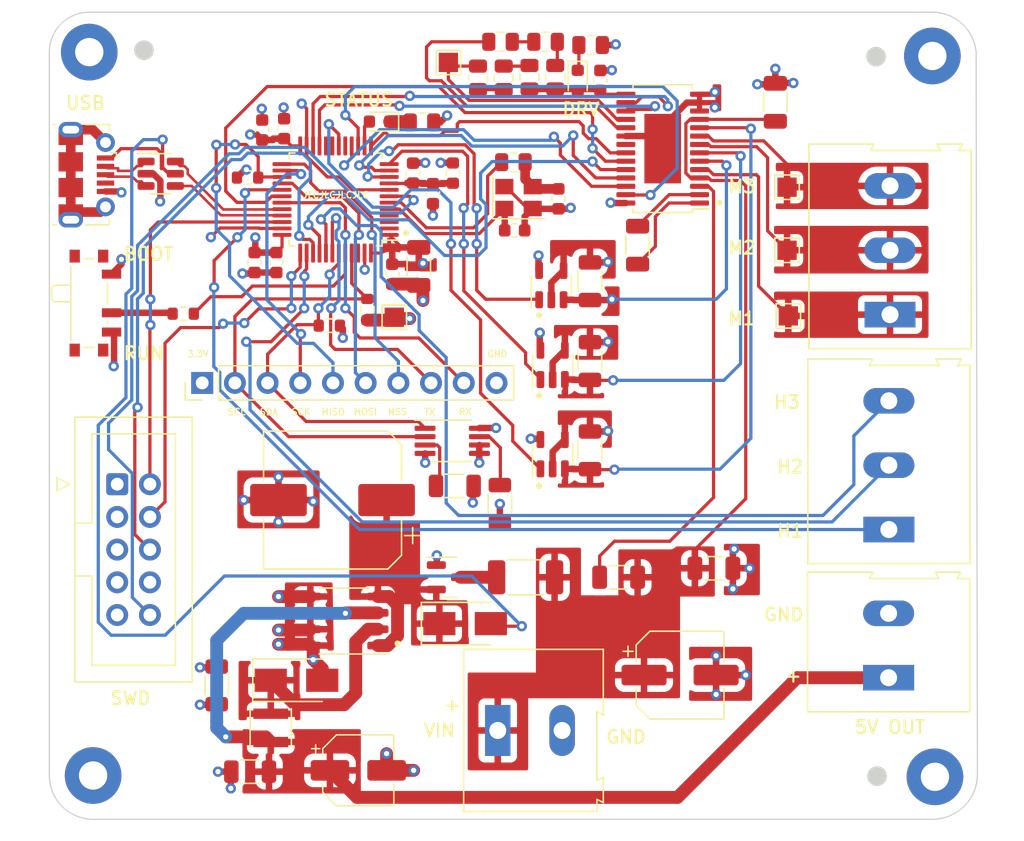
<source format=kicad_pcb>
(kicad_pcb (version 20211014) (generator pcbnew)
  (layers (0 "F.Cu" signal) (1 "In1.Cu" power) (2 "In2.Cu" power) (31 "B.Cu" signal) (34 "B.Paste" user) (35 "F.Paste" user) (36 "B.SilkS" user "B.Silkscreen") (37 "F.SilkS" user "F.Silkscreen") (38 "B.Mask" user) (39 "F.Mask" user) (44 "Edge.Cuts" user))
  (net 0 "")
  (net 1 "GND")
  (net 2 "+3V3")
  (net 3 "BUCK_FB")
  (net 4 "BUCK_IN")
  (net 5 "+3.3VA")
  (net 6 "OSC_IN")
  (net 7 "VM")
  (net 8 "VCP")
  (net 9 "V3P3OUT")
  (net 10 "Net-(C18-Pad1)")
  (net 11 "Net-(C18-Pad2)")
  (net 12 "Net-(D1-Pad1)")
  (net 13 "LED_STATUS")
  (net 14 "BUCK_OUT")
  (net 15 "+5VD")
  (net 16 "Net-(D4-Pad1)")
  (net 17 "Net-(F1-Pad2)")
  (net 18 "SWDIO")
  (net 19 "SWCLK")
  (net 20 "SWO")
  (net 23 "NRST")
  (net 24 "I2C1_SCL")
  (net 25 "I2C1_SDA")
  (net 26 "SPI2_SCK")
  (net 27 "SPI2_MISO")
  (net 28 "SPI2_MOSI")
  (net 29 "SPI2_NSS")
  (net 30 "UART1_TX")
  (net 31 "UART1_RX")
  (net 32 "USB_CONN_D-")
  (net 33 "USB_CONN_D+")
  (net 35 "unconnected-(J5-Pad6)")
  (net 36 "MOUT1")
  (net 37 "MOUT2")
  (net 38 "MOUT3")
  (net 39 "HALL1")
  (net 40 "HALL2")
  (net 41 "HALL3")
  (net 42 "BOOT0")
  (net 43 "Net-(R5-Pad2)")
  (net 44 "OSC_OUT")
  (net 45 "Net-(R9-Pad1)")
  (net 46 "Net-(R17-Pad1)")
  (net 47 "CSENS1")
  (net 48 "CSENS3")
  (net 49 "Net-(R12-Pad1)")
  (net 50 "Net-(R13-Pad1)")
  (net 51 "Net-(R14-Pad1)")
  (net 52 "Net-(R14-Pad2)")
  (net 53 "CSENS2")
  (net 54 "Net-(R17-Pad2)")
  (net 55 "Net-(R19-Pad2)")
  (net 59 "ADC1_IN1")
  (net 60 "PWM2")
  (net 61 "ADC1_IN3")
  (net 62 "PWM3_EN")
  (net 63 "PWM1")
  (net 64 "PWM1_EN")
  (net 66 "ADC1_IN11")
  (net 69 "DRV_nSLEEP")
  (net 70 "DRV_nRESET")
  (net 71 "PWM3")
  (net 72 "USB_D-")
  (net 73 "USB_D+")
  (net 74 "PWM2_EN")
  (net 77 "Net-(C12-Pad2)")
  (footprint "Resistor_SMD:R_1206_3216Metric" (layer "F.Cu") (at 112.7 117 90)
    (fp_text reference "R4")
    (fp_text value "20")
  )
  (footprint "Connector_IDC:IDC-Header_2x05_P2.54mm_Vertical" (layer "F.Cu") (at 104.9725 101.37)
    (fp_text reference "J1")
    (fp_text value "SWD")
  )
  (footprint "TestPoint:TestPoint_Pad_1.5x1.5mm" (layer "F.Cu") (at 157.01 78.295)
    (fp_text reference "TP7")
    (fp_text value "nFAULT" hide)
  )
  (footprint "Capacitor_SMD:C_1206_3216Metric" (layer "F.Cu") (at 145.4 82.8 -90)
    (fp_text reference "C18")
    (fp_text value "10n")
  )
  (footprint "Package_TO_SOT_SMD:SOT-23-6" (layer "F.Cu") (at 108.35 77.25)
    (fp_text reference "U3")
    (fp_text value "USBLC6-2SC6")
  )
  (footprint "Capacitor_SMD:C_1206_3216Metric" (layer "F.Cu") (at 128.4 84.45 90)
    (fp_text reference "C1")
    (fp_text value "4u7")
  )
  (footprint "Resistor_SMD:R_0805_2012Metric" (layer "F.Cu") (at 141.75 67.25)
    (fp_text reference "R16")
    (fp_text value "1.5k")
  )
  (footprint "Resistor_SMD:R_0603_1608Metric" (layer "F.Cu") (at 110.1 88.125 180)
    (fp_text reference "R5")
    (fp_text value "10k")
  )
  (footprint "TestPoint:TestPoint_Pad_1.5x1.5mm" (layer "F.Cu") (at 130.7 68.6)
    (fp_text reference "TP1")
    (fp_text value "nFAULT" hide)
  )
  (footprint "Capacitor_SMD:C_0603_1608Metric" (layer "F.Cu") (at 116.2375 73.85 -90)
    (fp_text reference "C8")
    (fp_text value "100n")
  )
  (footprint "Resistor_SMD:R_0805_2012Metric" (layer "F.Cu") (at 135.75 76.35 180)
    (fp_text reference "R7")
    (fp_text value "47")
  )
  (footprint "Inductor_SMD:L_0603_1608Metric" (layer "F.Cu") (at 131.05 77.2 -90)
    (fp_text reference "L2")
    (fp_text value "39n")
  )
  (footprint "Resistor_SMD:R_0805_2012Metric" (layer "F.Cu") (at 139 69.75 -90)
    (fp_text reference "R20")
    (fp_text value "1.5k")
  )
  (footprint "LED_SMD:LED_0603_1608Metric" (layer "F.Cu") (at 125.35 73.2 180)
    (fp_text reference "D1")
    (fp_text value "WHITE")
  )
  (footprint "Crystal:Crystal_SMD_3225-4Pin_3.2x2.5mm" (layer "F.Cu") (at 136.15 79.1)
    (fp_text reference "Y1")
    (fp_text value "16MHz")
  )
  (footprint "Capacitor_SMD:C_0603_1608Metric" (layer "F.Cu") (at 117.3375 84.15 90)
    (fp_text reference "C6")
    (fp_text value "100n")
  )
  (footprint "Capacitor_SMD:CP_Elec_10x10.5" (layer "F.Cu") (at 121.7 102.6 180)
    (fp_text reference "C7")
    (fp_text value "220u")
  )
  (footprint "Capacitor_SMD:C_0603_1608Metric" (layer "F.Cu") (at 115.6375 84.15 90)
    (fp_text reference "C4")
    (fp_text value "100n")
  )
  (footprint "Resistor_SMD:R_1206_3216Metric" (layer "F.Cu") (at 134.7 102.9 -90)
    (fp_text reference "R13")
    (fp_text value "10k")
  )
  (footprint "Capacitor_SMD:C_1206_3216Metric" (layer "F.Cu") (at 143.925 108.6 180)
    (fp_text reference "C14")
    (fp_text value "100n")
  )
  (footprint "TestPoint:TestPoint_Pad_1.5x1.5mm" (layer "F.Cu") (at 157.01 83.195)
    (fp_text reference "TP6")
    (fp_text value "nFAULT" hide)
  )
  (footprint "Capacitor_SMD:C_0603_1608Metric" (layer "F.Cu") (at 129.5 78.8 90)
    (fp_text reference "C10")
    (fp_text value "10n")
  )
  (footprint "MountingHole:MountingHole_2.2mm_M2_Pad" (layer "F.Cu") (at 168.3 68.1)
    (fp_text reference "H2")
    (fp_text value "MountingHole_Pad")
  )
  (footprint "TerminalBlock:TerminalBlock_Altech_AK300-2_P5.00mm" (layer "F.Cu") (at 164.9 116.4 90)
    (fp_text reference "J9")
    (fp_text value "5V OUT")
  )
  (footprint "Resistor_SMD:R_0603_1608Metric" (layer "F.Cu") (at 121.45 89.05)
    (fp_text reference "R6")
    (fp_text value "2.2k")
  )
  (footprint "Package_TO_SOT_SMD:SOT-23-5" (layer "F.Cu") (at 138.8 92.1 90)
    (fp_text reference "U8")
    (fp_text value "INA180")
  )
  (footprint "Resistor_SMD:R_0805_2012Metric" (layer "F.Cu") (at 138.25 67)
    (fp_text reference "R19")
    (fp_text value "1.5k")
  )
  (footprint "Diode_SMD:D_SMA" (layer "F.Cu") (at 132 112.2)
    (fp_text reference "D3")
    (fp_text value "SS54")
  )
  (footprint "Package_TO_SOT_SMD:SOT-23" (layer "F.Cu") (at 130.7 108.6)
    (fp_text reference "Q1")
    (fp_text value "AO3401A")
  )
  (footprint "Package_SO:MSOP-8_3x3mm_P0.65mm" (layer "F.Cu") (at 131 98)
    (fp_text reference "U7")
    (fp_text value "LM75B")
  )
  (footprint "Package_TO_SOT_SMD:SOT-23-5" (layer "F.Cu") (at 138.7 85.9 90)
    (fp_text reference "U5")
    (fp_text value "INA180")
  )
  (footprint "Button_Switch_SMD:SW_SPDT_PCM12" (layer "F.Cu") (at 103.1 87.3 -90)
    (fp_text reference "SW1")
    (fp_text value "SW_SPDT")
  )
  (footprint "Capacitor_SMD:CP_Elec_5x5.4" (layer "F.Cu") (at 123.7 123.6)
    (fp_text reference "C5")
    (fp_text value "100u")
  )
  (footprint "Resistor_SMD:R_0805_2012Metric" (layer "F.Cu") (at 133 69.8 -90)
    (fp_text reference "R9")
    (fp_text value "1.5k")
  )
  (footprint "Connector_USB:USB_Micro-B_Molex-105017-0001" (layer "F.Cu") (at 102.6 77.325 -90)
    (fp_text reference "J5")
    (fp_text value "USB_B_Micro")
  )
  (footprint "MountingHole:MountingHole_2.2mm_M2_Pad" (layer "F.Cu") (at 168.5 124.1)
    (fp_text reference "H3")
    (fp_text value "MountingHole_Pad")
  )
  (footprint "Capacitor_SMD:C_0603_1608Metric" (layer "F.Cu") (at 139.25 79.2 90)
    (fp_text reference "C12")
    (fp_text value "10p")
  )
  (footprint "TerminalBlock:TerminalBlock_Altech_AK300-2_P5.00mm" (layer "F.Cu") (at 134.535 120.5)
    (fp_text reference "J3")
    (fp_text value "24V IN")
  )
  (footprint "Resistor_SMD:R_0805_2012Metric" (layer "F.Cu") (at 128.65 73.2625)
    (fp_text reference "R1")
    (fp_text value "1.5k")
  )
  (footprint "Resistor_SMD:R_0603_1608Metric" (layer "F.Cu") (at 124.4 87.8 -90)
    (fp_text reference "R8")
    (fp_text value "2.2k")
  )
  (footprint "Resistor_SMD:R_1206_3216Metric" (layer "F.Cu") (at 141.7 91.8 90)
    (fp_text reference "R15")
    (fp_text value "0.02")
  )
  (footprint "Capacitor_SMD:C_0603_1608Metric" (layer "F.Cu") (at 142.5 70 90)
    (fp_text reference "C16")
    (fp_text value "470n")
  )
  (footprint "Resistor_SMD:R_0805_2012Metric" (layer "F.Cu") (at 134.75 67)
    (fp_text reference "R14")
    (fp_text value "1.5k")
  )
  (footprint "Resistor_SMD:R_0603_1608Metric" (layer "F.Cu") (at 115.1 77.55 180)
    (fp_text reference "R2")
    (fp_text value "10k")
  )
  (footprint "Resistor_SMD:R_0805_2012Metric" (layer "F.Cu") (at 135 69.8 90)
    (fp_text reference "R17")
    (fp_text value "1.5k")
  )
  (footprint "MountingHole:MountingHole_2.2mm_M2_Pad" (layer "F.Cu") (at 103.1 124)
    (fp_text reference "H4")
    (fp_text value "MountingHole_Pad")
  )
  (footprint "TerminalBlock:TerminalBlock_Altech_AK300-3_P5.00mm" (layer "F.Cu") (at 164.92 104.89 90)
    (fp_text reference "J4")
    (fp_text value "HALL FB")
  )
  (footprint "Capacitor_SMD:C_0603_1608Metric" (layer "F.Cu") (at 135.85 81.65 180)
    (fp_text reference "C11")
    (fp_text value "10p")
  )
  (footprint "TestPoint:TestPoint_Pad_1.5x1.5mm" (layer "F.Cu") (at 157.11 88.295)
    (fp_text reference "TP4")
    (fp_text value "nFAULT" hide)
  )
  (footprint "Capacitor_SMD:C_0603_1608Metric" (layer "F.Cu") (at 127.95 77.2 -90)
    (fp_text reference "C9")
    (fp_text value "1u")
  )
  (footprint "TestPoint:TestPoint_Pad_1.5x1.5mm" (layer "F.Cu") (at 126.5 88.4)
    (fp_text reference "TP5")
    (fp_text value "nFAULT" hide)
  )
  (footprint "TerminalBlock:TerminalBlock_Altech_AK300-3_P5.00mm" (layer "F.Cu") (at 165.01 88.195 90)
    (fp_text reference "J6")
    (fp_text value "MOTOR")
  )
  (footprint "Resistor_SMD:R_1206_3216Metric" (layer "F.Cu") (at 131.2 101.5)
    (fp_text reference "R12")
    (fp_text value "10k")
  )
  (footprint "LED_SMD:LED_0603_1608Metric" (layer "F.Cu") (at 140.75 70 -90)
    (fp_text reference "D4")
    (fp_text value "RED")
  )
  (footprint "Fuse:Fuse_2010_5025Metric" (layer "F.Cu") (at 136.7 108.6 180)
    (fp_text reference "F1")
    (fp_text value "5A")
  )
  (footprint "Package_SO:HTSSOP-28-1EP_4.4x9.7mm_P0.65mm_EP2.85x5.4mm" (layer "F.Cu") (at 147.35 75.3 180)
    (fp_text reference "U4")
    (fp_text value "DRV8313PWPR")
  )
  (footprint "Capacitor_SMD:C_0603_1608Metric" (layer "F.Cu") (at 117.9375 73.75 -90)
    (fp_text reference "C3")
    (fp_text value "100n")
  )
  (footprint "Diode_SMD:D_SMA" (layer "F.Cu") (at 118.9 116.6)
    (fp_text reference "D2")
    (fp_text value "SS54")
  )
  (footprint "Capacitor_SMD:C_1206_3216Metric" (layer "F.Cu") (at 151.325 107.9)
    (fp_text reference "C15")
    (fp_text value "10n")
  )
  (footprint "Connector_PinHeader_2.54mm:PinHeader_1x10_P2.54mm_Vertical" (layer "F.Cu") (at 111.575 93.5 90)
    (fp_text reference "J2")
    (fp_text value "Comms")
  )
  (footprint "MountingHole:MountingHole_2.2mm_M2_Pad" (layer "F.Cu") (at 102.8 67.8)
    (fp_text reference "H1")
    (fp_text value "MountingHole_Pad")
  )
  (footprint "Capacitor_SMD:CP_Elec_6.3x5.4" (layer "F.Cu") (at 148.7 116.2)
    (fp_text reference "C13")
    (fp_text value "10u")
  )
  (footprint "Package_SO:SOP-8_3.9x4.9mm_P1.27mm" (layer "F.Cu") (at 122.6 112 180)
    (fp_text reference "U2")
    (fp_text value "XL1509-5.0E1")
  )
  (footprint "Resistor_SMD:R_1206_3216Metric" (layer "F.Cu") (at 115.3 123.7 180)
    (fp_text reference "R3")
    (fp_text value "10")
  )
  (footprint "Resistor_SMD:R_1206_3216Metric" (layer "F.Cu") (at 141.7 85.6 90)
    (fp_text reference "R10")
    (fp_text value "0.02")
  )
  (footprint "Resistor_SMD:R_1206_3216Metric" (layer "F.Cu") (at 141.7 98.7375 90)
    (fp_text reference "R11")
    (fp_text value "0.02")
  )
  (footprint "Capacitor_SMD:C_1206_3216Metric" (layer "F.Cu") (at 156.1 71.7 90)
    (fp_text reference "C17")
    (fp_text value "10n")
  )
  (footprint "Inductor_SMD:L_Taiyo-Yuden_NR-30xx" (layer "F.Cu") (at 116.9 120.3 -90)
    (fp_text reference "L1")
    (fp_text value "68u")
  )
  (footprint "Capacitor_SMD:C_0603_1608Metric" (layer "F.Cu") (at 126.3375 85.05 90)
    (fp_text reference "C2")
    (fp_text value "100n")
  )
  (footprint "Package_QFP:LQFP-48_7x7mm_P0.5mm" (layer "F.Cu") (at 121.9375 79.25 180)
    (fp_text reference "U1")
    (fp_text value "STM32F302C8Tx")
  )
  (footprint "Package_TO_SOT_SMD:SOT-23-5" (layer "F.Cu") (at 138.8 99.0375 90)
    (fp_text reference "U6")
    (fp_text value "INA180")
  )
  (footprint "Resistor_SMD:R_0805_2012Metric" (layer "F.Cu") (at 137 69.75 -90)
    (fp_text reference "R18")
    (fp_text value "1.5k")
  )
  (gr_circle (center 126.75 113.75) (end 126.9 113.75) (layer "F.SilkS") (width 0.1778) (fill solid))
  (gr_circle (center 137.75 88.25) (end 137.9 88.25) (layer "F.SilkS") (width 0.1778) (fill solid))
  (gr_circle (center 151.75 79.5) (end 151.9 79.5) (layer "F.SilkS") (width 0.1778) (fill solid))
  (gr_circle (center 127.4 81.85) (end 127.55 81.85) (layer "F.SilkS") (width 0.1778) (fill solid))
  (gr_circle (center 137.75 101.5) (end 137.9 101.5) (layer "F.SilkS") (width 0.1778) (fill solid))
  (gr_circle (center 137.75 94.5) (end 137.9 94.5) (layer "F.SilkS") (width 0.1778) (fill solid))
  (gr_circle (center 164 124.05) (end 164.576 124.05) (layer "Edge.Cuts") (width 0.381) (fill solid))
  (gr_arc (start 103.1 127.4) (mid 100.695837 126.404163) (end 99.7 124) (layer "Edge.Cuts") (width 0.1))
  (gr_arc (start 171.8 123.9) (mid 170.774874 126.374874) (end 168.3 127.4) (layer "Edge.Cuts") (width 0.1))
  (gr_circle (center 107.05 67.65) (end 107.626 67.65) (layer "Edge.Cuts") (width 0.381) (fill solid))
  (gr_arc (start 168.3 64.7) (mid 170.617461 65.608534) (end 171.7 67.85) (layer "Edge.Cuts") (width 0.1))
  (gr_line (start 102.8 64.7) (end 168.3 64.7) (layer "Edge.Cuts") (width 0.1))
  (gr_line (start 171.7 67.85) (end 171.8 123.9) (layer "Edge.Cuts") (width 0.1))
  (gr_line (start 103.1 127.4) (end 168.3 127.4) (layer "Edge.Cuts") (width 0.1))
  (gr_circle (center 163.925 68.15) (end 164.501 68.15) (layer "Edge.Cuts") (width 0.381) (fill solid))
  (gr_line (start 99.7 67.8) (end 99.7 124) (layer "Edge.Cuts") (width 0.1))
  (gr_arc locked (start 99.7 67.8) (mid 100.607969 65.607969) (end 102.8 64.7) (layer "Edge.Cuts") (width 0.1))
  (gr_text "H1" (at 157.25 105) (layer "F.SilkS") (effects (font (size 1 1) (thickness 0.1778))))
  (gr_text "TX" (at 129.25 95.75) (layer "F.SilkS") (effects (font (size 0.5 0.5) (thickness 0.1))))
  (gr_text "+" (at 131 118.5) (layer "F.SilkS") (effects (font (size 1 1) (thickness 0.1778))))
  (gr_text "STATUS" (at 123.75 71.5) (layer "F.SilkS") (effects (font (size 1 1) (thickness 0.1778))))
  (gr_text "SDA" (at 116.75 95.75) (layer "F.SilkS") (effects (font (size 0.5 0.5) (thickness 0.1))))
  (gr_text "GND" (at 144.5 121) (layer "F.SilkS") (effects (font (size 1 1) (thickness 0.1778))))
  (gr_text "M2" (at 153.5 83) (layer "F.SilkS") (effects (font (size 1 1) (thickness 0.1778))))
  (gr_text "BOOT" (at 107.4 83.475) (layer "F.SilkS") (effects (font (size 1 1) (thickness 0.1778))))
  (gr_text "MISO" (at 121.75 95.75) (layer "F.SilkS") (effects (font (size 0.5 0.5) (thickness 0.1))))
  (gr_text "RX" (at 132 95.75) (layer "F.SilkS") (effects (font (size 0.5 0.5) (thickness 0.1))))
  (gr_text "SCL" (at 114.25 95.75) (layer "F.SilkS") (effects (font (size 0.5 0.5) (thickness 0.1))))
  (gr_text "H3" (at 157 95) (layer "F.SilkS") (effects (font (size 1 1) (thickness 0.1778))))
  (gr_text "+" (at 157.5 116.25) (layer "F.SilkS") (effects (font (size 1 1) (thickness 0.1778))))
  (gr_text "USB" (at 102.5 71.75) (layer "F.SilkS") (effects (font (size 1 1) (thickness 0.1778))))
  (gr_text "GND" (at 156.75 111.5) (layer "F.SilkS") (effects (font (size 1 1) (thickness 0.1778))))
  (gr_text "M3" (at 153.5 78.25) (layer "F.SilkS") (effects (font (size 1 1) (thickness 0.1778))))
  (gr_text "SWD" (at 106 118) (layer "F.SilkS") (effects (font (size 1 1) (thickness 0.1778))))
  (gr_text "DRV" (at 141 72.25) (layer "F.SilkS") (effects (font (size 1 1) (thickness 0.1778))))
  (gr_text "NSS" (at 126.75 95.75) (layer "F.SilkS") (effects (font (size 0.5 0.5) (thickness 0.1))))
  (gr_text "GND" (at 134.5 91.25) (layer "F.SilkS") (effects (font (size 0.5 0.5) (thickness 0.1))))
  (gr_text "H2" (at 157.25 100) (layer "F.SilkS") (effects (font (size 1 1) (thickness 0.1778))))
  (gr_text "VIN" (at 130 120.5) (layer "F.SilkS") (effects (font (size 1 1) (thickness 0.1778))))
  (gr_text "M1" (at 153.5 88.5) (layer "F.SilkS") (effects (font (size 1 1) (thickness 0.1778))))
  (gr_text "5V OUT" (at 165 120.25) (layer "F.SilkS") (effects (font (size 1 1) (thickness 0.1778))))
  (gr_text "MOSI" (at 124.25 95.75) (layer "F.SilkS") (effects (font (size 0.5 0.5) (thickness 0.1))))
  (gr_text "JLCJLCJLCJLC" (at 121.95 78.9) (layer "F.SilkS") (effects (font (size 0.5 0.5) (thickness 0.1))))
  (gr_text "SCK" (at 119.25 95.75) (layer "F.SilkS") (effects (font (size 0.5 0.5) (thickness 0.1))))
  (gr_text "3.3V" (at 111.25 91.25) (layer "F.SilkS") (effects (font (size 0.5 0.5) (thickness 0.1))))
  (gr_text "RUN" (at 107.025 91.2) (layer "F.SilkS") (effects (font (size 1 1) (thickness 0.1778))))
  (segment (start 107.772849 77.25) (end 107.2125 77.25) (width 0.5) (layer "F.Cu") (net 1))
  (segment (start 108.3 79.4) (end 108.32452 79.37548) (width 0.5) (layer "F.Cu") (net 1))
  (segment (start 114.7 85) (end 115.5625 85) (width 0.5) (layer "F.Cu") (net 1))
  (segment (start 136.85 79.95) (end 137.25 79.95) (width 0.25) (layer "F.Cu") (net 1))
  (segment (start 122.235718 77.5) (end 121.297494 77.5) (width 0.25) (layer "F.Cu") (net 1))
  (segment (start 104.729511 92.170489) (end 104.7 92.2) (width 0.5) (layer "F.Cu") (net 1))
  (segment (start 125.9 122.3) (end 125.9 123.6) (width 1) (layer "F.Cu") (net 1))
  (segment (start 119.6875 75.890006) (end 119.6875 75.0875) (width 0.25) (layer "F.Cu") (net 1))
  (segment (start 139.25 79.975) (end 140.125 79.975) (width 0.5) (layer "F.Cu") (net 1))
  (segment (start 116.2375 72.2375) (end 116.2 72.2) (width 0.25) (layer "F.Cu") (net 1))
  (segment (start 136.625 80.575) (end 137.25 79.95) (width 0.5) (layer "F.Cu") (net 1))
  (segment (start 140.125 79.975) (end 140.2 79.9) (width 0.5) (layer "F.Cu") (net 1))
  (segment (start 143.375 69.225) (end 143.4 69.2) (width 0.5) (layer "F.Cu") (net 1))
  (segment (start 154.7 70.3) (end 156.025 70.3) (width 0.5) (layer "F.Cu") (net 1))
  (segment (start 111.4 115.6) (end 112.6375 115.6) (width 0.5) (layer "F.Cu") (net 1))
  (segment (start 119.91 112.7) (end 119.975 112.635) (width 1) (layer "F.Cu") (net 1))
  (segment (start 138.8 91.9125) (end 139.75 90.9625) (width 0.5) (layer "F.Cu") (net 1))
  (segment (start 117.3375 84.925) (end 115.6375 84.925) (width 0.5) (layer "F.Cu") (net 1))
  (segment (start 147.35 73.601391) (end 149.226391 71.725) (width 0.5) (layer "F.Cu") (net 1))
  (segment (start 139.25 79.975) (end 137.275 79.975) (width 0.5) (layer "F.Cu") (net 1))
  (segment (start 120.2 114.13) (end 119.975 113.905) (width 1) (layer "F.Cu") (net 1))
  (segment (start 120.9 115.7) (end 120.2 115) (width 1) (layer "F.Cu") (net 1))
  (segment (start 112.6375 115.6) (end 112.7 115.5375) (width 0.5) (layer "F.Cu") (net 1))
  (segment (start 124.2 83.425) (end 124.1875 83.4125) (width 0.25) (layer "F.Cu") (net 1))
  (segment (start 142.5 69.225) (end 143.375 69.225) (width 0.5) (layer "F.Cu") (net 1))
  (segment (start 117.5 110.1) (end 119.97 110.1) (width 1) (layer "F.Cu") (net 1))
  (segment (start 135.05 78.25) (end 135.15 78.25) (width 0.25) (layer "F.Cu") (net 1))
  (segment (start 128.7245 87.1) (end 128.7245 86.2495) (width 1) (layer "F.Cu") (net 1))
  (segment (start 124.2 84.7) (end 124.2 83.425) (width 0.25) (layer "F.Cu") (net 1))
  (segment (start 138.7 85.7125) (end 139.65 84.7625) (width 0.5) (layer "F.Cu") (net 1))
  (segment (start 116.024614 81.5) (end 117.775 81.5) (width 0.25) (layer "F.Cu") (net 1))
  (segment (start 143.3 79.5) (end 143.325 79.525) (width 0.5) (layer "F.Cu") (net 1))
  (segment (start 146.375 74.325) (end 147.35 75.3) (width 0.5) (layer "F.Cu") (net 1))
  (segment (start 130.062 73.2625) (end 130.6 72.7245) (width 0.5) (layer "F.Cu") (net 1))
  (segment (start 105.225 78.625) (end 105.3 78.7) (width 0.5) (layer "F.Cu") (net 1))
  (segment (start 129.8 107.6125) (end 129.7625 107.65) (width 0.5) (layer "F.Cu") (net 1))
  (segment (start 126.3375 85.825) (end 128.3 85.825) (width 1) (layer "F.Cu") (net 1))
  (segment (start 149.226391 71.725) (end 150.2125 71.725) (width 0.5) (layer "F.Cu") (net 1))
  (segment (start 138.7 87.0375) (end 138.7 85.7125) (width 0.5) (layer "F.Cu") (net 1))
  (segment (start 104.53 89.55) (end 104.729511 89.749511) (width 0.5) (layer "F.Cu") (net 1))
  (segment (start 123.235718 78.5) (end 122.235718 77.5) (width 0.25) (layer "F.Cu") (net 1))
  (segment (start 121.297494 77.5) (end 119.6875 75.890006) (width 0.25) (layer "F.Cu") (net 1))
  (segment (start 128.3 85.825) (end 128.4 85.925) (width 1) (layer "F.Cu") (net 1))
  (segment (start 138.8 98.85) (end 139.75 97.9) (width 0.5) (layer "F.Cu") (net 1))
  (segment (start 117.9375 72.1375) (end 117.9 72.1) (width 0.25) (layer "F.Cu") (net 1))
  (segment (start 117.5 112.7) (end 119.91 112.7) (width 1) (layer "F.Cu") (net 1))
  (segment (start 128.7245 86.2495) (end 128.4 85.925) (width 1) (layer "F.Cu") (net 1))
  (segment (start 119.87 113.8) (end 119.975 113.905) (width 1) (layer "F.Cu") (net 1))
  (segment (start 108.32452 79.37548) (end 108.32452 77.801671) (width 0.5) (layer "F.Cu") (net 1))
  (segment (start 129.5 80.5) (end 129.5 79.575) (width 0.5) (layer "F.Cu") (net 1))
  (segment (start 112.249951 82.174549) (end 112.96131 81.46319) (width 0.25) (layer "F.Cu") (net 1))
  (segment (start 119.97 110.1) (end 119.975 110.095) (width 1) (layer "F.Cu") (net 1))
  (segment (start 143.325 79.525) (end 144.4875 79.525) (width 0.5) (layer "F.Cu") (net 1))
  (segment (start 143.65 67.25) (end 143.7 67.2) (width 0.5) (layer "F.Cu") (net 1))
  (segment (start 104.729511 89.749511) (end 104.729511 92.170489) (width 0.5) (layer "F.Cu") (net 1))
  (segment (start 147.35 75.3) (end 147.35 73.601391) (width 0.5) (layer "F.Cu") (net 1))
  (segment (start 136.625 81.65) (end 136.625 80.575) (width 0.5) (layer "F.Cu") (net 1))
  (segment (start 119.6875 72.1875) (end 119.6875 75.0875) (width 0.25) (layer "F.Cu") (net 1))
  (segment (start 129.6 73.225) (end 129.5625 73.2625) (width 0.5) (layer "F.Cu") (net 1))
  (segment (start 128.9 99.7) (end 128.9 98.9875) (width 0.5) (layer "F.Cu") (net 1))
  (segment (start 133.1 99.7) (end 133.1 98.3375) (width 0.5) (layer "F.Cu") (net 1))
  (segment (start 120.9 116.6) (end 120.9 115.7) (width 1) (layer "F.Cu") (net 1))
  (segment (start 108.32452 77.801671) (end 107.772849 77.25) (width 0.5) (layer "F.Cu") (net 1))
  (segment (start 142.6625 67.25) (end 143.65 67.25) (width 0.5) (layer "F.Cu") (net 1))
  (segment (start 157.5 70.2) (end 156.125 70.2) (width 0.5) (layer "F.Cu") (net 1))
  (segment (start 138.8 100.175) (end 138.8 98.85) (width 0.5) (layer "F.Cu") (net 1))
  (segment (start 115.987804 81.46319) (end 116.024614 81.5) (width 0.25) (layer "F.Cu") (net 1))
  (segment (start 137.275 79.975) (end 137.25 79.95) (width 0.5) (layer "F.Cu") (net 1))
  (segment (start 128 123.6) (end 125.9 123.6) (width 1) (layer "F.Cu") (net 1))
  (segment (start 128.9 76.4) (end 127.975 76.4) (width 0.5) (layer "F.Cu") (net 1))
  (segment (start 104.0625 78.625) (end 105.225 78.625) (width 0.5) (layer "F.Cu") (net 1))
  (segment (start 144.4875 74.325) (end 146.375 74.325) (width 0.5) (layer "F.Cu") (net 1))
  (segment (start 119.3 71.8) (end 119.6875 72.1875) (width 0.25) (layer "F.Cu") (net 1))
  (segment (start 129.8 106.9) (end 129.8 107.6125) (width 0.5) (layer "F.Cu") (net 1))
  (segment (start 127.975 76.4) (end 127.95 76.425) (width 0.5) (layer "F.Cu") (net 1))
  (segment (start 133.1 98.3375) (end 133.1125 98.325) (width 0.5) (layer "F.Cu") (net 1))
  (segment (start 156.025 70.3) (end 156.1 70.225) (width 0.5) (layer "F.Cu") (net 1))
  (segment (start 120.2 115) (end 120.2 114.13) (width 1) (layer "F.Cu") (net 1))
  (segment (start 115.5625 85) (end 115.6375 84.925) (width 0.5) (layer "F.Cu") (net 1))
  (segment (start 126.1 78.5) (end 123.235718 78.5) (width 0.25) (layer "F.Cu") (net 1))
  (segment (start 156.125 70.2) (end 156.1 70.225) (width 0.5) (layer "F.Cu") (net 1))
  (segment (start 112.96131 81.46319) (end 115.987804 81.46319) (width 0.25) (layer "F.Cu") (net 1))
  (segment (start 117.5 113.8) (end 119.87 113.8) (width 1) (layer "F.Cu") (net 1))
  (segment (start 117.9375 72.975) (end 117.9375 72.1375) (width 0.25) (layer "F.Cu") (net 1))
  (segment (start 156.1 69.1) (end 156.1 70.225) (width 0.5) (layer "F.Cu") (net 1))
  (segment (start 129.5625 73.2625) (end 130.062 73.2625) (width 0.5) (layer "F.Cu") (net 1))
  (segment (start 116.2375 73.075) (end 116.2375 72.2375) (width 0.25) (layer "F.Cu") (net 1))
  (segment (start 135.15 78.25) (end 136.85 79.95) (width 0.25) (layer "F.Cu") (net 1))
  (segment (start 138.8 93.2375) (end 138.8 91.9125) (width 0.5) (layer "F.Cu") (net 1))
  (segment (start 128.9 98.9875) (end 128.8875 98.975) (width 0.5) (layer "F.Cu") (net 1))
  (via (at 117.5 104.3) (size 0.8) (drill 0.4) (layers "F.Cu" "B.Cu") (net 1))
  (via (at 108.3 79.4) (size 0.8) (drill 0.4) (layers "F.Cu" "B.Cu") (net 1))
  (via (at 120.2 102.7) (size 0.8) (drill 0.4) (layers "F.Cu" "B.Cu") (net 1))
  (via (at 152.9 106.4) (size 0.8) (drill 0.4) (layers "F.Cu" "B.Cu") (net 1))
  (via (at 157.5 70.2) (size 0.8) (drill 0.4) (layers "F.Cu" "B.Cu") (net 1))
  (via (at 120.2 115) (size 0.8) (drill 0.4) (layers "F.Cu" "B.Cu") (net 1))
  (via (at 151.4 70.9) (size 0.8) (drill 0.4) (layers "F.Cu" "B.Cu") (net 1))
  (via (at 119.3 71.8) (size 0.8) (drill 0.4) (layers "F.Cu" "B.Cu") (net 1))
  (via (at 143.3 79.5) (size 0.8) (drill 0.4) (layers "F.Cu" "B.Cu") (net 1))
  (via (at 151.5 114.7) (size 0.8) (drill 0.4) (layers "F.Cu" "B.Cu") (net 1))
  (via (at 129.8 106.9) (size 0.8) (drill 0.4) (layers "F.Cu" "B.Cu") (net 1))
  (via (at 143.4 69.2) (size 0.8) (drill 0.4) (layers "F.Cu" "B.Cu") (net 1))
  (via (at 143.1 90.3) (size 0.8) (drill 0.4) (layers "F.Cu" "B.Cu") (net 1))
  (via (at 128.9 99.7) (size 0.8) (drill 0.4) (layers "F.Cu" "B.Cu") (net 1))
  (via (at 125.9 122.3) (size 0.8) (drill 0.4) (layers "F.Cu" "B.Cu") (net 1))
  (via (at 105.3 78.7) (size 0.8) (drill 0.4) (layers "F.Cu" "B.Cu") (net 1))
  (via (at 143.1 84.1) (size 0.8) (drill 0.4) (layers "F.Cu" "B.Cu") (net 1))
  (via (at 152.8 109.5) (size 0.8) (drill 0.4) (layers "F.Cu" "B.Cu") (net 1))
  (via (at 129.5 80.5) (size 0.8) (drill 0.4) (layers "F.Cu" "B.Cu") (net 1))
  (via (at 104.7 92.2) (size 0.8) (drill 0.4) (layers "F.Cu" "B.Cu") (net 1))
  (via (at 114.8 102.6) (size 0.8) (drill 0.4) (layers "F.Cu" "B.Cu") (net 1))
  (via (at 151.5 117.7) (size 0.8) (drill 0.4) (layers "F.Cu" "B.Cu") (net 1))
  (via (at 117.5 110.1) (size 0.8) (drill 0.4) (layers "F.Cu" "B.Cu") (net 1))
  (via (at 133.1 99.7) (size 0.8) (drill 0.4) (layers "F.Cu" "B.Cu") (net 1))
  (via (at 130.6 72.7245) (size 0.8) (drill 0.4) (layers "F.Cu" "B.Cu") (net 1))
  (via (at 143.7 67.2) (size 0.8) (drill 0.4) (layers "F.Cu" "B.Cu") (net 1))
  (via (at 114.7 85) (size 0.8) (drill 0.4) (layers "F.Cu" "B.Cu") (net 1))
  (via (at 128.7245 87.1) (size 0.8) (drill 0.4) (layers "F.Cu" "B.Cu") (net 1))
  (via (at 128.9 76.4) (size 0.8) (drill 0.4) (layers "F.Cu" "B.Cu") (net 1))
  (via (at 117.9 72.1) (size 0.8) (drill 0.4) (layers "F.Cu" "B.Cu") (net 1))
  (via (at 116.2 72.2) (size 0.8) (drill 0.4) (layers "F.Cu" "B.Cu") (net 1))
  (via (at 124.2 84.7) (size 0.8) (drill 0.4) (layers "F.Cu" "B.Cu") (net 1))
  (via (at 156.1 69.1) (size 0.8) (drill 0.4) (layers "F.Cu" "B.Cu") (net 1))
  (via (at 117.5 113.8) (size 0.8) (drill 0.4) (layers "F.Cu" "B.Cu") (net 1))
  (via (at 154.7 70.3) (size 0.8) (drill 0.4) (layers "F.Cu" "B.Cu") (net 1))
  (via (at 151.4 72.1) (size 0.8) (drill 0.4) (layers "F.Cu" "B.Cu") (net 1))
  (via (at 143.1 97.2375) (size 0.8) (drill 0.4) (layers "F.Cu" "B.Cu") (net 1))
  (via (at 117.5 100.8) (size 0.8) (drill 0.4) (layers "F.Cu" "B.Cu") (net 1))
  (via (at 111.4 115.6) (size 0.8) (drill 0.4) (layers "F.Cu" "B.Cu") (net 1))
  (via (at 117.5 112.7) (size 0.8) (drill 0.4) (layers "F.Cu" "B.Cu") (net 1))
  (via (at 128 123.6) (size 0.8) (drill 0.4) (layers "F.Cu" "B.Cu") (net 1))
  (via (at 140.2 79.9) (size 0.8) (drill 0.4) (layers "F.Cu" "B.Cu") (net 1))
  (via (at 154.1 107.9) (size 0.8) (drill 0.4) (layers "F.Cu" "B.Cu") (net 1))
  (via (at 112.249951 82.174549) (size 0.8) (drill 0.4) (layers "F.Cu" "B.Cu") (net 1))
  (via (at 153.8 116.2) (size 0.8) (drill 0.4) (layers "F.Cu" "B.Cu") (net 1))
  (segment (start 137.7875 97.8375) (end 137.85 97.9) (width 0.5) (layer "F.Cu") (net 2))
  (segment (start 113.8 123.7375) (end 113.8375 123.7) (width 0.5) (layer "F.Cu") (net 2))
  (segment (start 115.006425 76.9245) (end 114.9005 76.9245) (width 0.5) (layer "F.Cu") (net 2))
  (segment (start 137.7 84.7125) (end 137.75 84.7625) (width 0.5) (layer "F.Cu") (net 2))
  (segment (start 111.4 118.5) (end 112.6625 118.5) (width 0.5) (layer "F.Cu") (net 2))
  (segment (start 118.5 75.0875) (end 117.9375 74.525) (width 0.25) (layer "F.Cu") (net 2))
  (segment (start 134.7 102.9) (end 134.7 104.3625) (width 0.5) (layer "F.Cu") (net 2))
  (segment (start 112.6625 118.5) (end 112.7 118.4625) (width 0.5) (layer "F.Cu") (net 2))
  (segment (start 132.6 102.8) (end 132.6 101.5625) (width 0.5) (layer "F.Cu") (net 2))
  (segment (start 131.0375 76.4) (end 131.05 76.4125) (width 0.5) (layer "F.Cu") (net 2))
  (segment (start 126.275 88.625) (end 126.5 88.4) (width 1) (layer "F.Cu") (net 2))
  (segment (start 112.8 123.7) (end 113.8375 123.7) (width 0.5) (layer "F.Cu") (net 2))
  (segment (start 127.7 88.5) (end 126.6 88.5) (width 1) (layer "F.Cu") (net 2))
  (segment (start 105.3 84.28) (end 104.53 85.05) (width 0.5) (layer "F.Cu") (net 2))
  (segment (start 133.1375 97) (end 133.1125 97.025) (width 0.5) (layer "F.Cu") (net 2))
  (segment (start 125.75 83.1) (end 126.3 83.1) (width 0.25) (layer "F.Cu") (net 2))
  (segment (start 125.4375 83.4125) (end 125.75 83.1) (width 0.25) (layer "F.Cu") (net 2))
  (segment (start 122.5 89.275) (end 122.275 89.05) (width 0.5) (layer "F.Cu") (net 2))
  (segment (start 114.9005 76.9245) (end 114.275 77.55) (width 0.5) (layer "F.Cu") (net 2))
  (segment (start 126.6 88.5) (end 126.5 88.4) (width 1) (layer "F.Cu") (net 2))
  (segment (start 124.6875 83.4125) (end 125.4375 83.4125) (width 0.25) (layer "F.Cu") (net 2))
  (segment (start 117.775 82.9375) (end 117.3375 83.375) (width 0.25) (layer "F.Cu") (net 2))
  (segment (start 130.1 76.4) (end 131.0375 76.4) (width 0.5) (layer "F.Cu") (net 2))
  (segment (start 126.3375 83.1375) (end 126.3375 84.275) (width 0.25) (layer "F.Cu") (net 2))
  (segment (start 115.8125 74.2) (end 116.2375 74.625) (width 0.5) (layer "F.Cu") (net 2))
  (segment (start 117.775 82) (end 117.775 82.9375) (width 0.25) (layer "F.Cu") (net 2))
  (segment (start 113.8 125) (end 113.8 123.7375) (width 0.5) (layer "F.Cu") (net 2))
  (segment (start 119.1875 75.0875) (end 118.5 75.0875) (width 0.25) (layer "F.Cu") (net 2))
  (segment (start 137.8 89.6) (end 137.8 90.9125) (width 0.5) (layer "F.Cu") (net 2))
  (segment (start 126.1 82) (end 127.075 82.975) (width 0.25) (layer "F.Cu") (net 2))
  (segment (start 137.7 83.6) (end 137.7 84.7125) (width 0.5) (layer "F.Cu") (net 2))
  (segment (start 127.075 82.975) (end 128.4 82.975) (width 0.25) (layer "F.Cu") (net 2))
  (segment (start 137.1 97.8375) (end 137.7875 97.8375) (width 0.5) (layer "F.Cu") (net 2))
  (segment (start 137.8 90.9125) (end 137.85 90.9625) (width 0.5) (layer "F.Cu") (net 2))
  (segment (start 134.4 97) (end 133.1375 97) (width 0.5) (layer "F.Cu") (net 2))
  (segment (start 115.3 74.2) (end 115.8125 74.2) (width 0.5) (layer "F.Cu") (net 2))
  (segment (start 126.3 83.1) (end 126.3375 83.1375) (width 0.25) (layer "F.Cu") (net 2))
  (segment (start 105.3 83.9) (end 105.3 84.28) (width 0.5) (layer "F.Cu") (net 2))
  (segment (start 122.5 90) (end 122.5 89.275) (width 0.5) (layer "F.Cu") (net 2))
  (segment (start 115.7 83.3125) (end 115.6375 83.375) (width 0.5) (layer "F.Cu") (net 2))
  (segment (start 132.6 101.5625) (end 132.6625 101.5) (width 0.5) (layer "F.Cu") (net 2))
  (segment (start 124.4 88.625) (end 126.275 88.625) (width 1) (layer "F.Cu") (net 2))
  (segment (start 115.7 82.2) (end 115.7 83.3125) (width 0.5) (layer "F.Cu") (net 2))
  (via (at 130.1 76.4) (size 0.8) (drill 0.4) (layers "F.Cu" "B.Cu") (net 2))
  (via (at 115.006425 76.9245) (size 0.8) (drill 0.4) (layers "F.Cu" "B.Cu") (net 2))
  (via (at 128.7245 84.2) (size 0.8) (drill 0.4) (layers "F.Cu" "B.Cu") (net 2))
  (via (at 111.4 118.5) (size 0.8) (drill 0.4) (layers "F.Cu" "B.Cu") (net 2))
  (via (at 115.3 74.2) (size 0.8) (drill 0.4) (layers "F.Cu" "B.Cu") (net 2))
  (via (at 134.7 102.9) (size 0.8) (drill 0.4) (layers "F.Cu" "B.Cu") (net 2))
  (via (at 105.3 83.9) (size 0.8) (drill 0.4) (layers "F.Cu" "B.Cu") (net 2))
  (via (at 113.8 125) (size 0.8) (drill 0.4) (layers "F.Cu" "B.Cu") (net 2))
  (via (at 134.4 97) (size 0.8) (drill 0.4) (layers "F.Cu" "B.Cu") (net 2))
  (via (at 137.8 89.6) (size 0.8) (drill 0.4) (layers "F.Cu" "B.Cu") (net 2))
  (via (at 132.6 102.8) (size 0.8) (drill 0.4) (layers "F.Cu" "B.Cu") (net 2))
  (via (at 115.7 82.2) (size 0.8) (drill 0.4) (layers "F.Cu" "B.Cu") (net 2))
  (via (at 137.7 83.6) (size 0.8) (drill 0.4) (layers "F.Cu" "B.Cu") (net 2))
  (via (at 127.7 88.5) (size 0.8) (drill 0.4) (layers "F.Cu" "B.Cu") (net 2))
  (via (at 122.5 90) (size 0.8) (drill 0.4) (layers "F.Cu" "B.Cu") (net 2))
  (via (at 112.8 123.7) (size 0.8) (drill 0.4) (layers "F.Cu" "B.Cu") (net 2))
  (via (at 137.1 97.8375) (size 0.8) (drill 0.4) (layers "F.Cu" "B.Cu") (net 2))
  (segment (start 113.4 121) (end 116.5 121) (width 1) (layer "F.Cu") (net 3))
  (segment (start 121.5 123.6) (end 123.6 125.7) (width 1) (layer "F.Cu") (net 3))
  (segment (start 125.225 111.365) (end 122.735 111.365) (width 1) (layer "F.Cu") (net 3))
  (segment (start 148.5 125.7) (end 157.8 116.4) (width 1) (layer "F.Cu") (net 3))
  (segment (start 157.8 116.4) (end 164.9 116.4) (width 1) (layer "F.Cu") (net 3))
  (segment (start 123.6 125.7) (end 148.5 125.7) (width 1) (layer "F.Cu") (net 3))
  (segment (start 122.735 111.365) (end 122.7 111.4) (width 1) (layer "F.Cu") (net 3))
  (segment (start 116.5 121) (end 116.9 121.4) (width 1) (layer "F.Cu") (net 3))
  (via (at 113.4 121) (size 0.8) (drill 0.4) (layers "F.Cu" "B.Cu") (net 3))
  (via (at 122.7 111.4) (size 0.8) (drill 0.4) (layers "F.Cu" "B.Cu") (net 3))
  (segment (start 112.7 119.8) (end 112.7 120.3) (width 1) (layer "B.Cu") (net 3))
  (segment (start 112.7 120.3) (end 113.4 121) (width 1) (layer "B.Cu") (net 3))
  (segment (start 114.8 111.4) (end 112.7 113.5) (width 1) (layer "B.Cu") (net 3))
  (segment (start 122.7 111.4) (end 114.8 111.4) (width 1) (layer "B.Cu") (net 3))
  (segment (start 112.7 113.5) (end 112.7 119.8) (width 1) (layer "B.Cu") (net 3))
  (segment (start 125.225 113.905) (end 125.981402 113.905) (width 1) (layer "F.Cu") (net 4))
  (segment (start 126.095 110.095) (end 125.225 110.095) (width 1) (layer "F.Cu") (net 4))
  (segment (start 125.981402 113.905) (end 126.74952 113.136882) (width 1) (layer "F.Cu") (net 4))
  (segment (start 126.74952 113.136882) (end 126.74952 110.74952) (width 1) (layer "F.Cu") (net 4))
  (segment (start 126.74952 110.74952) (end 126.095 110.095) (width 1) (layer "F.Cu") (net 4))
  (segment (start 126.1 78) (end 127.925 78) (width 0.25) (layer "F.Cu") (net 5))
  (segment (start 127.925 78) (end 127.95 77.975) (width 0.25) (layer "F.Cu") (net 5))
  (segment (start 133.1 81.9) (end 135.05 79.95) (width 0.25) (layer "F.Cu") (net 6))
  (segment (start 126.1 80) (end 126.902506 80) (width 0.25) (layer "F.Cu") (net 6))
  (segment (start 126.902506 80) (end 128.802506 81.9) (width 0.25) (layer "F.Cu") (net 6))
  (segment (start 135.075 79.975) (end 135.05 79.95) (width 0.5) (layer "F.Cu") (net 6))
  (segment (start 128.802506 81.9) (end 133.1 81.9) (width 0.25) (layer "F.Cu") (net 6))
  (segment (start 135.075 81.65) (end 135.075 79.975) (width 0.5) (layer "F.Cu") (net 6))
  (segment (start 149.524639 77.575) (end 149.15048 77.200841) (width 0.25) (layer "F.Cu") (net 7))
  (segment (start 149.475 73.025) (end 150.2125 73.025) (width 0.25) (layer "F.Cu") (net 7))
  (segment (start 150.2125 77.575) (end 150.914643 77.575) (width 0.25) (layer "F.Cu") (net 7))
  (segment (start 150.914643 77.575) (end 151.113675 77.774031) (width 0.25) (layer "F.Cu") (net 7))
  (segment (start 153.374031 77.774031) (end 153.8 78.2) (width 0.25) (layer "F.Cu") (net 7))
  (segment (start 149.15048 77.200841) (end 149.15048 73.34952) (width 0.25) (layer "F.Cu") (net 7))
  (segment (start 149.15048 73.34952) (end 149.475 73.025) (width 0.25) (layer "F.Cu") (net 7))
  (segment (start 150.2125 73.025) (end 155.95 73.025) (width 0.25) (layer "F.Cu") (net 7))
  (segment (start 153.8 102.5) (end 149.85 106.45) (width 0.25) (layer "F.Cu") (net 7))
  (segment (start 151.113675 77.774031) (end 153.374031 77.774031) (width 0.25) (layer "F.Cu") (net 7))
  (segment (start 149.85 106.45) (end 149.85 107.9) (width 0.25) (layer "F.Cu") (net 7))
  (segment (start 155.95 73.025) (end 156.1 73.175) (width 0.25) (layer "F.Cu") (net 7))
  (segment (start 153.8 78.2) (end 153.8 102.5) (width 0.25) (layer "F.Cu") (net 7))
  (segment (start 150.2125 77.575) (end 149.524639 77.575) (width 0.25) (layer "F.Cu") (net 7))
  (segment (start 150.900361 78.225) (end 151.3 78.624639) (width 0.25) (layer "F.Cu") (net 8))
  (segment (start 143.6 105.8) (end 142.45 106.95) (width 0.25) (layer "F.Cu") (net 8))
  (segment (start 147.9 105.8) (end 143.6 105.8) (width 0.25) (layer "F.Cu") (net 8))
  (segment (start 151.3 102.4) (end 147.9 105.8) (width 0.25) (layer "F.Cu") (net 8))
  (segment (start 150.2125 78.225) (end 150.900361 78.225) (width 0.25) (layer "F.Cu") (net 8))
  (segment (start 142.45 106.95) (end 142.45 108.6) (width 0.25) (layer "F.Cu") (net 8))
  (segment (start 151.3 78.624639) (end 151.3 102.4) (width 0.25) (layer "F.Cu") (net 8))
  (segment (start 144.4875 71.075) (end 142.8 71.075) (width 0.25) (layer "F.Cu") (net 9))
  (segment (start 142.8 71.075) (end 142.5 70.775) (width 0.25) (layer "F.Cu") (net 9))
  (segment (start 145.4 81.325) (end 147.85 78.875) (width 0.25) (layer "F.Cu") (net 10))
  (segment (start 147.85 78.875) (end 150.2125 78.875) (width 0.25) (layer "F.Cu") (net 10))
  (segment (start 146.780359 82.894641) (end 146.780359 80.580359) (width 0.25) (layer "F.Cu") (net 11))
  (segment (start 145.4 84.275) (end 146.780359 82.894641) (width 0.25) (layer "F.Cu") (net 11))
  (segment (start 146.780359 80.580359) (end 147.835718 79.525) (width 0.25) (layer "F.Cu") (net 11))
  (segment (start 147.835718 79.525) (end 150.2125 79.525) (width 0.25) (layer "F.Cu") (net 11))
  (segment (start 127.675 73.2) (end 127.7375 73.2625) (width 1) (layer "F.Cu") (net 12))
  (segment (start 126.1375 73.2) (end 127.675 73.2) (width 1) (layer "F.Cu") (net 12))
  (segment (start 124.1875 75.0875) (end 124.1875 73.575) (width 0.25) (layer "F.Cu") (net 13))
  (segment (start 124.1875 73.575) (end 124.5625 73.2) (width 0.25) (layer "F.Cu") (net 13))
  (segment (start 123.5 113.603598) (end 123.5 117.6) (width 1) (layer "F.Cu") (net 14))
  (segment (start 122.6 118.5) (end 118.8 118.5) (width 1) (layer "F.Cu") (net 14))
  (segment (start 124.468598 112.635) (end 123.5 113.603598) (width 1) (layer "F.Cu") (net 14))
  (segment (start 123.5 117.6) (end 122.6 118.5) (width 1) (layer "F.Cu") (net 14))
  (segment (start 118.8 118.5) (end 116.9 116.6) (width 1) (layer "F.Cu") (net 14))
  (segment (start 125.225 112.635) (end 124.468598 112.635) (width 1) (layer "F.Cu") (net 14))
  (segment (start 108.05 75.3) (end 108.4 75.65) (width 0.25) (layer "F.Cu") (net 15))
  (segment (start 108.4 75.65) (end 108.4 76.85) (width 0.25) (layer "F.Cu") (net 15))
  (segment (start 108.974614 77.25) (end 108.574614 76.85) (width 0.25) (layer "F.Cu") (net 15))
  (segment (start 104.0625 76.025) (end 104.5375 76.025) (width 0.25) (layer "F.Cu") (net 15))
  (segment (start 108.5 74.6) (end 108.5 76.775386) (width 0.25) (layer "F.Cu") (net 15))
  (segment (start 136.4 112.4) (end 134.2 112.4) (width 0.25) (layer "F.Cu") (net 15))
  (segment (start 108.574614 76.85) (end 108.4 76.85) (width 0.25) (layer "F.Cu") (net 15))
  (segment (start 109.4875 77.25) (end 108.974614 77.25) (width 0.25) (layer "F.Cu") (net 15))
  (segment (start 105.2625 75.3) (end 108.05 75.3) (width 0.25) (layer "F.Cu") (net 15))
  (segment (start 108.5 76.775386) (end 108.812307 77.087693) (width 0.25) (layer "F.Cu") (net 15))
  (segment (start 104.5375 76.025) (end 105.2625 75.3) (width 0.25) (layer "F.Cu") (net 15))
  (segment (start 134.2 112.4) (end 134 112.2) (width 0.25) (layer "F.Cu") (net 15))
  (via (at 108.5 74.6) (size 0.8) (drill 0.4) (layers "F.Cu" "B.Cu") (net 15))
  (via (at 136.4 112.4) (size 0.8) (drill 0.4) (layers "F.Cu" "B.Cu") (net 15))
  (segment (start 106.10096 82.629525) (end 106.10096 86.152991) (width 0.25) (layer "B.Cu") (net 15))
  (segment (start 103.5 112.1) (end 104.5 113.1) (width 0.25) (layer "B.Cu") (net 15))
  (segment (start 108.7 113.1) (end 113.3 108.5) (width 0.25) (layer "B.Cu") (net 15))
  (segment (start 106.10096 86.152991) (end 105.65096 86.602992) (width 0.25) (layer "B.Cu") (net 15))
  (segment (start 104.5 113.1) (end 108.7 113.1) (width 0.25) (layer "B.Cu") (net 15))
  (segment (start 132.5 108.5) (end 136.4 112.4) (width 0.25) (layer "B.Cu") (net 15))
  (segment (start 106.1 82.628565) (end 106.10096 82.629525) (width 0.25) (layer "B.Cu") (net 15))
  (segment (start 105.65096 86.602992) (end 105.65096 94.638708) (width 0.25) (layer "B.Cu") (net 15))
  (segment (start 107 74.6) (end 106.1 75.5) (width 0.25) (layer "B.Cu") (net 15))
  (segment (start 103.5 96.789668) (end 103.5 112.1) (width 0.25) (layer "B.Cu") (net 15))
  (segment (start 105.65096 94.638708) (end 103.5 96.789668) (width 0.25) (layer "B.Cu") (net 15))
  (segment (start 113.3 108.5) (end 132.5 108.5) (width 0.25) (layer "B.Cu") (net 15))
  (segment (start 108.5 74.6) (end 107 74.6) (width 0.25) (layer "B.Cu") (net 15))
  (segment (start 106.1 75.5) (end 106.1 82.628565) (width 0.25) (layer "B.Cu") (net 15))
  (segment (start 140.8375 69.125) (end 140.75 69.2125) (width 0.25) (layer "F.Cu") (net 16))
  (segment (start 140.8375 67.25) (end 140.8375 69.125) (width 0.25) (layer "F.Cu") (net 16))
  (segment (start 131.6375 108.6) (end 134.45 108.6) (width 1) (layer "F.Cu") (net 17))
  (segment (start 108.15 81) (end 107.55 81.6) (width 0.25) (layer "F.Cu") (net 18))
  (segment (start 107.55 89) (end 107.5125 89.0375) (width 0.25) (layer "F.Cu") (net 18))
  (segment (start 117.775 81) (end 108.15 81) (width 0.25) (layer "F.Cu") (net 18))
  (segment (start 107.5125 89.0375) (end 107.5125 101.37) (width 0.25) (layer "F.Cu") (net 18))
  (segment (start 107.55 81.6) (end 107.55 87) (width 0.25) (layer "F.Cu") (net 18))
  (via (at 107.55 89) (size 0.8) (drill 0.4) (layers "F.Cu" "B.Cu") (net 18))
  (via (at 107.55 87) (size 0.8) (drill 0.4) (layers "F.Cu" "B.Cu") (net 18))
  (segment (start 107.55 87) (end 107.55 89) (width 0.25) (layer "B.Cu") (net 18))
  (segment (start 118.45 87.75) (end 115.95 87.75) (width 0.25) (layer "F.Cu") (net 19))
  (segment (start 109.9 89.2) (end 108.687011 90.412989) (width 0.25) (layer "F.Cu") (net 19))
  (segment (start 115.95 87.75) (end 114.85 88.85) (width 0.25) (layer "F.Cu") (net 19))
  (segment (start 118.5 87.7) (end 118.45 87.75) (width 0.25) (layer "F.Cu") (net 19))
  (segment (start 112.9 89.2) (end 109.9 89.2) (width 0.25) (layer "F.Cu") (net 19))
  (segment (start 119.1875 84.5125) (end 119.1875 83.4125) (width 0.25) (layer "F.Cu") (net 19))
  (segment (start 108.687011 90.412989) (end 108.687011 102.735489) (width 0.25) (layer "F.Cu") (net 19))
  (segment (start 118.5 85.2) (end 119.1875 84.5125) (width 0.25) (layer "F.Cu") (net 19))
  (segment (start 113.2 88.9) (end 112.9 89.2) (width 0.25) (layer "F.Cu") (net 19))
  (segment (start 108.687011 102.735489) (end 107.5125 103.91) (width 0.25) (layer "F.Cu") (net 19))
  (via (at 114.85 88.85) (size 0.8) (drill 0.4) (layers "F.Cu" "B.Cu") (net 19))
  (via (at 118.5 85.2) (size 0.8) (drill 0.4) (layers "F.Cu" "B.Cu") (net 19))
  (via (at 113.2 88.9) (size 0.8) (drill 0.4) (layers "F.Cu" "B.Cu") (net 19))
  (via (at 118.5 87.7) (size 0.8) (drill 0.4) (layers "F.Cu" "B.Cu") (net 19))
  (segment (start 113.25 88.85) (end 113.2 88.9) (width 0.25) (layer "B.Cu") (net 19))
  (segment (start 118.5 87.7) (end 118.5 85.2) (width 0.25) (layer "B.Cu") (net 19))
  (segment (start 114.85 88.85) (end 113.25 88.85) (width 0.25) (layer "B.Cu") (net 19))
  (segment (start 106.337989 95.612011) (end 106.337989 105.275489) (width 0.25) (layer "F.Cu") (net 20))
  (segment (start 119.927986 82.35048) (end 120.1875 82.609994) (width 0.25) (layer "F.Cu") (net 20))
  (segment (start 119.112 82.0755) (end 119.38698 82.35048) (width 0.25) (layer "F.Cu") (net 20))
  (segment (start 119.38698 82.35048) (end 119.927986 82.35048) (width 0.25) (layer "F.Cu") (net 20))
  (segment (start 120.1875 82.609994) (end 120.1875 83.4125) (width 0.25) (layer "F.Cu") (net 20))
  (segment (start 106.55 95.4) (end 106.337989 95.612011) (width 0.25) (layer "F.Cu") (net 20))
  (segment (start 106.337989 105.275489) (end 107.5125 106.45) (width 0.25) (layer "F.Cu") (net 20))
  (via (at 119.112 82.0755) (size 0.8) (drill 0.4) (layers "F.Cu" "B.Cu") (net 20))
  (via (at 106.55 95.4) (size 0.8) (drill 0.4) (layers "F.Cu" "B.Cu") (net 20))
  (segment (start 119.974511 77.575603) (end 119.974511 76.274511) (width 0.25) (layer "B.Cu") (net 20))
  (segment (start 119.1 78.450114) (end 119.974511 77.575603) (width 0.25) (layer "B.Cu") (net 20))
  (segment (start 115.110812 75.64952) (end 114.6108 76.149531) (width 0.25) (layer "B.Cu") (net 20))
  (segment (start 119.112 82.0755) (end 119.1 82.0635) (width 0.25) (layer "B.Cu") (net 20))
  (segment (start 119.1 82.0635) (end 119.1 78.450114) (width 0.25) (layer "B.Cu") (net 20))
  (segment (start 107 83) (end 107 86.525386) (width 0.25) (layer "B.Cu") (net 20))
  (segment (start 114.6108 76.149531) (end 113.850469 76.149531) (width 0.25) (layer "B.Cu") (net 20))
  (segment (start 107 86.525386) (end 106.55 86.975386) (width 0.25) (layer "B.Cu") (net 20))
  (segment (start 119.974511 76.274511) (end 119.34952 75.64952) (width 0.25) (layer "B.Cu") (net 20))
  (segment (start 119.34952 75.64952) (end 115.110812 75.64952) (width 0.25) (layer "B.Cu") (net 20))
  (segment (start 113.850469 76.149531) (end 107 83) (width 0.25) (layer "B.Cu") (net 20))
  (segment (start 106.55 86.975386) (end 106.55 95.4) (width 0.25) (layer "B.Cu") (net 20))
  (segment (start 127.7 79) (end 128 79.3) (width 0.25) (layer "F.Cu") (net 23))
  (segment (start 126.1 79) (end 127.7 79) (width 0.25) (layer "F.Cu") (net 23))
  (via (at 128 79.3) (size 0.8) (drill 0.4) (layers "F.Cu" "B.Cu") (net 23))
  (segment (start 106.10048 86.789189) (end 106.10048 94.824906) (width 0.25) (layer "B.Cu") (net 23))
  (segment (start 113.664271 75.700011) (end 106.55048 82.813803) (width 0.25) (layer "B.Cu") (net 23))
  (segment (start 114.924614 75.2) (end 114.424603 75.700011) (width 0.25) (layer "B.Cu") (net 23))
  (segment (start 104.3 98.685007) (end 106.147011 100.532018) (width 0.25) (layer "B.Cu") (net 23))
  (segment (start 104.3 96.625386) (end 104.3 98.685007) (width 0.25) (layer "B.Cu") (net 23))
  (segment (start 114.424603 75.700011) (end 113.664271 75.700011) (width 0.25) (layer "B.Cu") (net 23))
  (segment (start 128 79.3) (end 127 80.3) (width 0.25) (layer "B.Cu") (net 23))
  (segment (start 127 80.3) (end 124.635718 80.3) (width 0.25) (layer "B.Cu") (net 23))
  (segment (start 124.635718 80.3) (end 119.535718 75.2) (width 0.25) (layer "B.Cu") (net 23))
  (segment (start 106.147011 100.532018) (end 106.147011 110.164511) (width 0.25) (layer "B.Cu") (net 23))
  (segment (start 119.535718 75.2) (end 114.924614 75.2) (width 0.25) (layer "B.Cu") (net 23))
  (segment (start 106.10048 94.824906) (end 104.3 96.625386) (width 0.25) (layer "B.Cu") (net 23))
  (segment (start 106.55048 86.339188) (end 106.10048 86.789189) (width 0.25) (layer "B.Cu") (net 23))
  (segment (start 106.147011 110.164511) (end 107.5125 111.53) (width 0.25) (layer "B.Cu") (net 23))
  (segment (start 106.55048 82.813803) (end 106.55048 86.339188) (width 0.25) (layer "B.Cu") (net 23))
  (segment (start 115.474511 86.975489) (end 114.115 88.335) (width 0.25) (layer "F.Cu") (net 24))
  (segment (start 114.115 88.335) (end 114.115 93.5) (width 0.25) (layer "F.Cu") (net 24))
  (segment (start 118.29 97.675) (end 114.115 93.5) (width 0.25) (layer "F.Cu") (net 24))
  (segment (start 123.1875 83.4125) (end 123.1875 85.7625) (width 0.25) (layer "F.Cu") (net 24))
  (segment (start 122.075 86.975) (end 122.074511 86.975489) (width 0.25) (layer "F.Cu") (net 24))
  (segment (start 128.8875 97.675) (end 118.29 97.675) (width 0.25) (layer "F.Cu") (net 24))
  (segment (start 124.4 86.975) (end 122.075 86.975) (width 0.25) (layer "F.Cu") (net 24))
  (segment (start 122.074511 86.975489) (end 115.474511 86.975489) (width 0.25) (layer "F.Cu") (net 24))
  (segment (start 123.1875 85.7625) (end 124.4 86.975) (width 0.25) (layer "F.Cu") (net 24))
  (segment (start 119.655 96.5) (end 116.655 93.5) (width 0.25) (layer "F.Cu") (net 25))
  (segment (start 120.600498 89.025498) (end 120.625 89.05) (width 0.25) (layer "F.Cu") (net 25))
  (segment (start 128.8875 97.025) (end 128.3625 96.5) (width 0.25) (layer "F.Cu") (net 25))
  (segment (start 120.600498 87.699989) (end 120.600498 89.025498) (width 0.25) (layer "F.Cu") (net 25))
  (segment (start 120.625 89.05) (end 120.550489 88.975489) (width 0.25) (layer "F.Cu") (net 25))
  (segment (start 121.4755 84.927006) (end 122.1875 84.215006) (width 0.25) (layer "F.Cu") (net 25))
  (segment (start 116.655 91.270386) (end 116.655 93.5) (width 0.25) (layer "F.Cu") (net 25))
  (segment (start 128.3625 96.5) (end 119.655 96.5) (width 0.25) (layer "F.Cu") (net 25))
  (segment (start 120.550489 88.975489) (end 118.949897 88.975489) (width 0.25) (layer "F.Cu") (net 25))
  (segment (start 118.949897 88.975489) (end 116.655 91.270386) (width 0.25) (layer "F.Cu") (net 25))
  (segment (start 121.4755 85.081513) (end 121.4755 84.927006) (width 0.25) (layer "F.Cu") (net 25))
  (segment (start 122.1875 84.215006) (end 122.1875 83.4125) (width 0.25) (layer "F.Cu") (net 25))
  (via (at 120.600498 87.699989) (size 0.8) (drill 0.4) (layers "F.Cu" "B.Cu") (net 25))
  (via (at 121.4755 85.081513) (size 0.8) (drill 0.4) (layers "F.Cu" "B.Cu") (net 25))
  (segment (start 121.4755 86.799886) (end 120.600498 87.674888) (width 0.25) (layer "B.Cu") (net 25))
  (segment (start 121.4755 85.081513) (end 121.4755 86.799886) (width 0.25) (layer "B.Cu") (net 25))
  (segment (start 120.600498 87.674888) (end 120.600498 87.699989) (width 0.25) (layer "B.Cu") (net 25))
  (segment (start 117.775 77) (end 118.9745 77) (width 0.25) (layer "F.Cu") (net 26))
  (segment (start 118.9745 77) (end 119.25 77.2755) (width 0.25) (layer "F.Cu") (net 26))
  (segment (start 119.195 89.755) (end 119.195 93.5) (width 0.25) (layer "F.Cu") (net 26))
  (segment (start 119.25 89.7) (end 119.195 89.755) (width 0.25) (layer "F.Cu") (net 26))
  (via (at 119.25 89.7) (size 0.8) (drill 0.4) (layers "F.Cu" "B.Cu") (net 26))
  (via (at 119.25 77.2755) (size 0.8) (drill 0.4) (layers "F.Cu" "B.Cu") (net 26))
  (segment (start 118.1245 77.2755) (end 116.6 78.8) (width 0.25) (layer "B.Cu") (net 26))
  (segment (start 116.6 87.05) (end 119.25 89.7) (width 0.25) (layer "B.Cu") (net 26))
  (segment (start 119.25 77.2755) (end 118.1245 77.2755) (width 0.25) (layer "B.Cu") (net 26))
  (segment (start 116.6 78.8) (end 116.6 87.05) (width 0.25) (layer "B.Cu") (net 26))
  (segment (start 112.6755 75) (end 112.662299 75.013201) (width 0.25) (layer "F.Cu") (net 27))
  (segment (start 114.9755 74.9755) (end 114.1245 74.9755) (width 0.25) (layer "F.Cu") (net 27))
  (segment (start 115.975 77.5) (end 115.925 77.55) (width 0.25) (layer "F.Cu") (net 27))
  (segment (start 112.662299 75.013201) (end 112.662299 78.362299) (width 0.25) (layer "F.Cu") (net 27))
  (segment (start 115.925 77.55) (end 115.925 75.925) (width 0.25) (layer "F.Cu") (net 27))
  (segment (start 117.775 77.5) (end 115.975 77.5) (width 0.25) (layer "F.Cu") (net 27))
  (segment (start 115.925 75.925) (end 114.9755 74.9755) (width 0.25) (layer "F.Cu") (net 27))
  (via (at 112.662299 78.362299) (size 0.8) (drill 0.4) (layers "F.Cu" "B.Cu") (net 27))
  (via (at 112.6755 75) (size 0.8) (drill 0.4) (layers "F.Cu" "B.Cu") (net 27))
  (via (at 114.1245 74.9755) (size 0.8) (drill 0.4) (layers "F.Cu" "B.Cu") (net 27))
  (segment (start 112.662299 78.362299) (end 112.662299 81.562299) (width 0.25) (layer "B.Cu") (net 27))
  (segment (start 121.735 91.935) (end 121.735 93.5) (width 0.25) (layer "B.Cu") (net 27))
  (segment (start 113.7 82.6) (end 113.7 85.174614) (width 0.25) (layer "B.Cu") (net 27))
  (segment (start 120.224511 90.424511) (end 121.735 91.935) (width 0.25) (layer "B.Cu") (net 27))
  (segment (start 118.949897 90.424511) (end 120.224511 90.424511) (width 0.25) (layer "B.Cu") (net 27))
  (segment (start 113.7 85.174614) (end 118.949897 90.424511) (width 0.25) (layer "B.Cu") (net 27))
  (segment (start 112.662299 81.562299) (end 113.7 82.6) (width 0.25) (layer "B.Cu") (net 27))
  (segment (start 114.1245 74.9755) (end 112.7 74.9755) (width 0.25) (layer "B.Cu") (net 27))
  (segment (start 112.7 74.9755) (end 112.6755 75) (width 0.25) (layer "B.Cu") (net 27))
  (segment (start 123.75 80.314282) (end 123.75 82) (width 0.25) (layer "F.Cu") (net 28))
  (segment (start 117.775 78) (end 118.577506 78) (width 0.25) (layer "F.Cu") (net 28))
  (segment (start 122.486198 79.05048) (end 123.75 80.314282) (width 0.25) (layer "F.Cu") (net 28))
  (segment (start 118.577506 78) (end 119.627986 79.05048) (width 0.25) (layer "F.Cu") (net 28))
  (segment (start 119.627986 79.05048) (end 122.486198 79.05048) (width 0.25) (layer "F.Cu") (net 28))
  (via (at 123.75 82) (size 0.8) (drill 0.4) (layers "F.Cu" "B.Cu") (net 28))
  (segment (start 123.475489 92.700489) (end 124.275 93.5) (width 0.25) (layer "B.Cu") (net 28))
  (segment (start 123.475489 82.274511) (end 123.475489 92.700489) (width 0.25) (layer "B.Cu") (net 28))
  (segment (start 123.75 82) (end 123.475489 82.274511) (width 0.25) (layer "B.Cu") (net 28))
  (segment (start 119.499114 76.5) (end 120 77.000886) (width 0.25) (layer "F.Cu") (net 29))
  (segment (start 122.7 78.6) (end 124.749503 80.649503) (width 0.25) (layer "F.Cu") (net 29))
  (segment (start 117.775 76.5) (end 119.499114 76.5) (width 0.25) (layer "F.Cu") (net 29))
  (segment (start 124.749503 80.649503) (end 124.749503 82) (width 0.25) (layer "F.Cu") (net 29))
  (segment (start 120.64952 78.6) (end 122.7 78.6) (width 0.25) (layer "F.Cu") (net 29))
  (segment (start 120 77.000886) (end 120 77.95048) (width 0.25) (layer "F.Cu") (net 29))
  (segment (start 120 77.95048) (end 120.64952 78.6) (width 0.25) (layer "F.Cu") (net 29))
  (via (at 124.749503 82) (size 0.8) (drill 0.4) (layers "F.Cu" "B.Cu") (net 29))
  (segment (start 124.749503 82) (end 125 82.250497) (width 0.25) (layer "B.Cu") (net 29))
  (segment (start 125 90) (end 126.815 91.815) (width 0.25) (layer "B.Cu") (net 29))
  (segment (start 126.815 91.815) (end 126.815 93.5) (width 0.25) (layer "B.Cu") (net 29))
  (segment (start 125 82.250497) (end 125 90) (width 0.25) (layer "B.Cu") (net 29))
  (segment (start 121.6875 80.988) (end 121.6875 83.4125) (width 0.25) (layer "F.Cu") (net 30))
  (segment (start 126.755 90.9) (end 129.355 93.5) (width 0.25) (layer "F.Cu") (net 30))
  (segment (start 121.9 90.9) (end 126.755 90.9) (width 0.25) (layer "F.Cu") (net 30))
  (segment (start 121.6 87.7) (end 121.55048 87.74952) (width 0.25) (layer "F.Cu") (net 30))
  (segment (start 121.9755 80.7) (end 121.6875 80.988) (width 0.25) (layer "F.Cu") (net 30))
  (segment (start 121.55048 90.55048) (end 121.9 90.9) (width 0.25) (layer "F.Cu") (net 30))
  (segment (start 121.55048 87.74952) (end 121.55048 90.55048) (width 0.25) (layer "F.Cu") (net 30))
  (via (at 121.9755 80.7) (size 0.8) (drill 0.4) (layers "F.Cu" "B.Cu") (net 30))
  (via (at 121.6 87.7) (size 0.8) (drill 0.4) (layers "F.Cu" "B.Cu") (net 30))
  (segment (start 121.9755 80.7) (end 122.2 80.9245) (width 0.25) (layer "B.Cu") (net 30))
  (segment (start 121.975489 81.699897) (end 121.975489 82.300103) (width 0.25) (layer "B.Cu") (net 30))
  (segment (start 122.2 87.1) (end 121.6 87.7) (width 0.25) (layer "B.Cu") (net 30))
  (segment (start 122.2 81.475386) (end 121.975489 81.699897) (width 0.25) (layer "B.Cu") (net 30))
  (segment (start 121.975489 82.300103) (end 122.2 82.524614) (width 0.25) (layer "B.Cu") (net 30))
  (segment (start 122.2 82.524614) (end 122.2 87.1) (width 0.25) (layer "B.Cu") (net 30))
  (segment (start 122.2 80.9245) (end 122.2 81.475386) (width 0.25) (layer "B.Cu") (net 30))
  (segment (start 123.833087 90.009056) (end 128.404056 90.009056) (width 0.25) (layer "F.Cu") (net 31))
  (segment (start 122.7 79.9) (end 122.7 82) (width 0.25) (layer "F.Cu") (net 31))
  (segment (start 122.3 79.5) (end 122.7 79.9) (width 0.25) (layer "F.Cu") (net 31))
  (segment (start 122.7 87.7) (end 123.38798 88.38798) (width 0.25) (layer "F.Cu") (net 31))
  (segment (start 117.775 79.5) (end 122.3 79.5) (width 0.25) (layer "F.Cu") (net 31))
  (segment (start 123.38798 89.563949) (end 123.833087 90.009056) (width 0.25) (layer "F.Cu") (net 31))
  (segment (start 128.404056 90.009056) (end 131.895 93.5) (width 0.25) (layer "F.Cu") (net 31))
  (segment (start 123.38798 88.38798) (end 123.38798 89.563949) (width 0.25) (layer "F.Cu") (net 31))
  (via (at 122.7 82) (size 0.8) (drill 0.4) (layers "F.Cu" "B.Cu") (net 31))
  (via (at 122.7 87.7) (size 0.8) (drill 0.4) (layers "F.Cu" "B.Cu") (net 31))
  (segment (start 122.7 82) (end 122.7 87.7) (width 0.25) (layer "B.Cu") (net 31))
  (segment (start 106.513803 76.65048) (end 106.86202 76.65048) (width 0.2) (layer "F.Cu") (net 32))
  (segment (start 104.0625 76.675) (end 104.212989 76.825489) (width 0.2) (layer "F.Cu") (net 32))
  (segment (start 104.212989 76.825489) (end 105.037011 76.825489) (width 0.2) (layer "F.Cu") (net 32))
  (segment (start 105.037011 76.825489) (end 105.037011 77.024999) (width 0.2) (layer "F.Cu") (net 32))
  (segment (start 106.86202 76.65048) (end 107.2125 76.3) (width 0.2) (layer "F.Cu") (net 32))
  (segment (start 105.037011 77.024999) (end 106.139284 77.024999) (width 0.2) (layer "F.Cu") (net 32))
  (segment (start 106.139284 77.024999) (end 106.513803 76.65048) (width 0.2) (layer "F.Cu") (net 32))
  (segment (start 104.0625 77.325) (end 104.076103 77.325) (width 0.2) (layer "F.Cu") (net 33))
  (segment (start 104.076103 77.325) (end 104.226104 77.475001) (width 0.2) (layer "F.Cu") (net 33))
  (segment (start 106.513803 77.84952) (end 106.86202 77.84952) (width 0.2) (layer "F.Cu") (net 33))
  (segment (start 106.139284 77.475001) (end 106.513803 77.84952) (width 0.2) (layer "F.Cu") (net 33))
  (segment (start 106.86202 77.84952) (end 107.2125 78.2) (width 0.2) (layer "F.Cu") (net 33))
  (segment (start 104.226104 77.475001) (end 106.139284 77.475001) (width 0.2) (layer "F.Cu") (net 33))
  (segment (start 103.6625 80.225) (end 104.0625 79.825) (width 0.75) (layer "F.Cu") (net 35))
  (segment (start 101.3625 74.425) (end 101.3625 80.225) (width 0.75) (layer "F.Cu") (net 35))
  (segment (start 103.0625 73.825) (end 104.0625 74.825) (width 0.75) (layer "F.Cu") (net 35))
  (segment (start 101.3625 80.225) (end 103.6625 80.225) (width 0.75) (layer "F.Cu") (net 35))
  (segment (start 101.3625 73.825) (end 103.0625 73.825) (width 0.75) (layer "F.Cu") (net 35))
  (segment (start 154.624511 77.324511) (end 154.8 77.5) (width 0.25) (layer "F.Cu") (net 36))
  (segment (start 154.8 85.985) (end 157.11 88.295) (width 0.25) (layer "F.Cu") (net 36))
  (segment (start 150.2125 76.925) (end 150.900361 76.925) (width 0.25) (layer "F.Cu") (net 36))
  (segment (start 151.299872 77.324511) (end 154.624511 77.324511) (width 0.25) (layer "F.Cu") (net 36))
  (segment (start 154.8 77.5) (end 154.8 85.985) (width 0.25) (layer "F.Cu") (net 36))
  (segment (start 150.900361 76.925) (end 151.299872 77.324511) (width 0.25) (layer "F.Cu") (net 36))
  (segment (start 151.088323 75.148679) (end 154.648679 75.148679) (width 0.25) (layer "F.Cu") (net 37))
  (segment (start 155.5 76) (end 155.5 81.685) (width 0.25) (layer "F.Cu") (net 37))
  (segment (start 150.914643 74.975) (end 151.088323 75.148679) (width 0.25) (layer "F.Cu") (net 37))
  (segment (start 155.5 81.685) (end 157.01 83.195) (width 0.25) (layer "F.Cu") (net 37))
  (segment (start 154.648679 75.148679) (end 155.5 76) (width 0.25) (layer "F.Cu") (net 37))
  (segment (start 150.2125 74.975) (end 150.914643 74.975) (width 0.25) (layer "F.Cu") (net 37))
  (segment (start 155.199159 74.699159) (end 157.01 76.51) (width 0.25) (layer "F.Cu") (net 38))
  (segment (start 150.900361 74.325) (end 151.27452 74.699159) (width 0.25) (layer "F.Cu") (net 38))
  (segment (start 150.2125 74.325) (end 150.900361 74.325) (width 0.25) (layer "F.Cu") (net 38))
  (segment (start 151.27452 74.699159) (end 155.199159 74.699159) (width 0.25) (layer "F.Cu") (net 38))
  (segment (start 157.01 76.51) (end 157.01 78.295) (width 0.25) (layer "F.Cu") (net 38))
  (segment (start 114.312299 82.187701) (end 112.5 84) (width 0.25) (layer "F.Cu") (net 39))
  (segment (start 115.150011 78.5) (end 114.9 78.750011) (width 0.25) (layer "F.Cu") (net 39))
  (segment (start 112.5 84) (end 112.5 86.0755) (width 0.25) (layer "F.Cu") (net 39))
  (segment (start 117.775 78.5) (end 115.150011 78.5) (width 0.25) (layer "F.Cu") (net 39))
  (via (at 114.9 78.750011) (size 0.8) (drill 0.4) (layers "F.Cu" "B.Cu") (net 39))
  (via (at 112.5 86.0755) (size 0.8) (drill 0.4) (layers "F.Cu" "B.Cu") (net 39))
  (via (at 114.312299 82.187701) (size 0.8) (drill 0.4) (layers "F.Cu" "B.Cu") (net 39))
  (segment (start 112.475489 86.100011) (end 112.475489 92.225978) (width 0.25) (layer "B.Cu") (net 39))
  (segment (start 112.940489 92.690978) (end 112.940489 94.040489) (width 0.25) (layer "B.Cu") (net 39))
  (segment (start 112.475489 92.225978) (end 112.940489 92.690978) (width 0.25) (layer "B.Cu") (net 39))
  (segment (start 112.940489 94.040489) (end 123.79 104.89) (width 0.25) (layer "B.Cu") (net 39))
  (segment (start 123.79 104.89) (end 164.92 104.89) (width 0.25) (layer "B.Cu") (net 39))
  (segment (start 112.5 86.0755) (end 112.475489 86.100011) (width 0.25) (layer "B.Cu") (net 39))
  (segment (start 114.9 78.750011) (end 114.9 81.6) (width 0.25) (layer "B.Cu") (net 39))
  (segment (start 114.9 81.6) (end 114.312299 82.187701) (width 0.25) (layer "B.Cu") (net 39))
  (segment (start 116.924614 90.3) (end 115 90.3) (width 0.25) (layer "F.Cu") (net 40))
  (segment (start 119.512299 84.823419) (end 119.6875 84.648218) (width 0.25) (layer "F.Cu") (net 40))
  (segment (start 119.512299 85.212299) (end 119.512299 84.823419) (width 0.25) (layer "F.Cu") (net 40))
  (segment (start 119.5 87.724614) (end 116.924614 90.3) (width 0.25) (layer "F.Cu") (net 40))
  (segment (start 119.5 87.7) (end 119.5 87.724614) (width 0.25) (layer "F.Cu") (net 40))
  (segment (start 119.6875 84.648218) (end 119.6875 83.4125) (width 0.25) (layer "F.Cu") (net 40))
  (via (at 119.512299 85.212299) (size 0.8) (drill 0.4) (layers "F.Cu" "B.Cu") (net 40))
  (via (at 115 90.3) (size 0.8) (drill 0.4) (layers "F.Cu" "B.Cu") (net 40))
  (via (at 119.5 87.7) (size 0.8) (drill 0.4) (layers "F.Cu" "B.Cu") (net 40))
  (segment (start 160.51 104.3) (end 164.92 99.89) (width 0.25) (layer "B.Cu") (net 40))
  (segment (start 119.5 85.224598) (end 119.5 87.7) (width 0.25) (layer "B.Cu") (net 40))
  (segment (start 115 90.3) (end 115.289511 90.589511) (width 0.25) (layer "B.Cu") (net 40))
  (segment (start 115.289511 95.589511) (end 124 104.3) (width 0.25) (layer "B.Cu") (net 40))
  (segment (start 119.512299 85.212299) (end 119.5 85.224598) (width 0.25) (layer "B.Cu") (net 40))
  (segment (start 115.289511 90.589511) (end 115.289511 95.589511) (width 0.25) (layer "B.Cu") (net 40))
  (segment (start 124 104.3) (end 160.51 104.3) (width 0.25) (layer "B.Cu") (net 40))
  (segment (start 121.1875 81.1875) (end 120.8 80.8) (width 0.25) (layer "F.Cu") (net 41))
  (segment (start 121.1875 83.4125) (end 121.1875 81.1875) (width 0.25) (layer "F.Cu") (net 41))
  (via (at 120.8 80.8) (size 0.8) (drill 0.4) (layers "F.Cu" "B.Cu") (net 41))
  (segment (start 162.2 97.61) (end 164.92 94.89) (width 0.25) (layer "B.Cu") (net 41))
  (segment (start 130.529511 91.529511) (end 130.529511 102.829511) (width 0.25) (layer "B.Cu") (net 41))
  (segment (start 131.5 103.8) (end 159.8 103.8) (width 0.25) (layer "B.Cu") (net 41))
  (segment (start 128.424511 88.199897) (end 128.424511 89.424511) (width 0.25) (layer "B.Cu") (net 41))
  (segment (start 125.049606 81.275489) (end 125.474014 81.699897) (width 0.25) (layer "B.Cu") (net 41))
  (segment (start 159.8 103.8) (end 162.2 101.4) (width 0.25) (layer "B.Cu") (net 41))
  (segment (start 125.474014 81.699897) (end 125.474014 85.2494) (width 0.25) (layer "B.Cu") (net 41))
  (segment (start 120.8 80.8) (end 121.624511 79.975489) (width 0.25) (layer "B.Cu") (net 41))
  (segment (start 162.2 101.4) (end 162.2 97.61) (width 0.25) (layer "B.Cu") (net 41))
  (segment (start 122.275603 79.975489) (end 123.575603 81.275489) (width 0.25) (layer "B.Cu") (net 41))
  (segment (start 128.424511 89.424511) (end 130.529511 91.529511) (width 0.25) (layer "B.Cu") (net 41))
  (segment (start 121.624511 79.975489) (end 122.275603 79.975489) (width 0.25) (layer "B.Cu") (net 41))
  (segment (start 130.529511 102.829511) (end 131.5 103.8) (width 0.25) (layer "B.Cu") (net 41))
  (segment (start 123.575603 81.275489) (end 125.049606 81.275489) (width 0.25) (layer "B.Cu") (net 41))
  (segment (start 125.474014 85.2494) (end 128.424511 88.199897) (width 0.25) (layer "B.Cu") (net 41))
  (segment (start 110.925 88.125) (end 112.25 86.8) (width 0.25) (layer "F.Cu") (net 42))
  (segment (start 115.475489 85.974511) (end 121.763103 85.974511) (width 0.25) (layer "F.Cu") (net 42))
  (segment (start 114.65 86.8) (end 115.475489 85.974511) (width 0.25) (layer "F.Cu") (net 42))
  (segment (start 121.763103 85.974511) (end 122.6875 85.050114) (width 0.25) (layer "F.Cu") (net 42))
  (segment (start 122.6875 85.050114) (end 122.6875 83.4125) (width 0.25) (layer "F.Cu") (net 42))
  (segment (start 112.25 86.8) (end 114.65 86.8) (width 0.25) (layer "F.Cu") (net 42))
  (segment (start 109.2 88.05) (end 109.275 88.125) (width 0.5) (layer "F.Cu") (net 43))
  (segment (start 104.53 88.05) (end 109.2 88.05) (width 0.5) (layer "F.Cu") (net 43))
  (segment (start 132.64952 81.45048) (end 128.988704 81.45048) (width 0.25) (layer "F.Cu") (net 44))
  (segment (start 127.038224 79.5) (end 126.1 79.5) (width 0.25) (layer "F.Cu") (net 44))
  (segment (start 128.988704 81.45048) (end 127.038224 79.5) (width 0.25) (layer "F.Cu") (net 44))
  (segment (start 133.75 80.35) (end 132.64952 81.45048) (width 0.25) (layer "F.Cu") (net 44))
  (segment (start 134.8375 76.35) (end 133.75 77.4375) (width 0.25) (layer "F.Cu") (net 44))
  (segment (start 133.75 77.4375) (end 133.75 80.35) (width 0.25) (layer "F.Cu") (net 44))
  (segment (start 144.4875 73.025) (end 143.799639 73.025) (width 0.25) (layer "F.Cu") (net 45))
  (segment (start 143.799639 73.025) (end 143.42548 72.650841) (width 0.25) (layer "F.Cu") (net 45))
  (segment (start 132.312027 71.54952) (end 130.7 69.937493) (width 0.25) (layer "F.Cu") (net 45))
  (segment (start 130.7 69.937493) (end 130.7 68.6) (width 0.25) (layer "F.Cu") (net 45))
  (segment (start 142.34952 71.54952) (end 132.312027 71.54952) (width 0.25) (layer "F.Cu") (net 45))
  (segment (start 143.42548 72.650841) (end 143.42548 72.62548) (width 0.25) (layer "F.Cu") (net 45))
  (segment (start 130.9875 68.8875) (end 130.7 68.6) (width 0.25) (layer "F.Cu") (net 45))
  (segment (start 133 68.8875) (end 130.9875 68.8875) (width 0.25) (layer "F.Cu") (net 45))
  (segment (start 143.42548 72.62548) (end 142.34952 71.54952) (width 0.25) (layer "F.Cu") (net 45))
  (segment (start 133 70.7125) (end 135 70.7125) (width 0.25) (layer "F.Cu") (net 46))
  (segment (start 141.7625 87) (end 141.7 87.0625) (width 0.25) (layer "F.Cu") (net 47))
  (segment (start 151.975 76.275) (end 152.3 76.6) (width 0.25) (layer "F.Cu") (net 47))
  (segment (start 150.2125 76.275) (end 151.975 76.275) (width 0.25) (layer "F.Cu") (net 47))
  (via (at 152.3 76.6) (size 0.8) (drill 0.4) (layers "F.Cu" "B.Cu") (net 47))
  (via (at 143.4 87) (size 0.8) (drill 0.4) (layers "F.Cu" "B.Cu") (net 47))
  (segment (start 151.5 87) (end 143.4 87) (width 0.25) (layer "B.Cu") (net 47))
  (segment (start 152.3 76.6) (end 152.3 86.2) (width 0.25) (layer "B.Cu") (net 47))
  (segment (start 152.3 86.2) (end 151.5 87) (width 0.25) (layer "B.Cu") (net 47))
  (segment (start 143.6 100.2375) (end 141.7375 100.2375) (width 0.25) (layer "F.Cu") (net 48))
  (segment (start 154.1255 73.675) (end 150.2125 73.675) (width 0.25) (layer "F.Cu") (net 48))
  (segment (start 141.7375 100.2375) (end 141.7 100.2) (width 0.25) (layer "F.Cu") (net 48))
  (segment (start 154.2 73.7495) (end 154.1255 73.675) (width 0.25) (layer "F.Cu") (net 48))
  (via (at 154.2 73.7495) (size 0.8) (drill 0.4) (layers "F.Cu" "B.Cu") (net 48))
  (via (at 143.6 100.2375) (size 0.8) (drill 0.4) (layers "F.Cu" "B.Cu") (net 48))
  (segment (start 143.6375 100.2) (end 143.6 100.2375) (width 0.25) (layer "B.Cu") (net 48))
  (segment (start 154.2 73.7495) (end 154.2 97.8) (width 0.25) (layer "B.Cu") (net 48))
  (segment (start 151.8 100.2) (end 143.6375 100.2) (width 0.25) (layer "B.Cu") (net 48))
  (segment (start 154.2 97.8) (end 151.8 100.2) (width 0.25) (layer "B.Cu") (net 48))
  (segment (start 130.02452 98.52452) (end 130.02452 101.21298) (width 0.25) (layer "F.Cu") (net 49))
  (segment (start 128.8875 98.325) (end 129.825 98.325) (width 0.25) (layer "F.Cu") (net 49))
  (segment (start 129.825 98.325) (end 130.02452 98.52452) (width 0.25) (layer "F.Cu") (net 49))
  (segment (start 130.02452 101.21298) (end 129.7375 101.5) (width 0.25) (layer "F.Cu") (net 49))
  (segment (start 134.7375 101.5) (end 134.7375 98.537139) (width 0.25) (layer "F.Cu") (net 50))
  (segment (start 134.7375 98.537139) (end 133.875361 97.675) (width 0.25) (layer "F.Cu") (net 50))
  (segment (start 133.875361 97.675) (end 133.1125 97.675) (width 0.25) (layer "F.Cu") (net 50))
  (segment (start 129.4 67) (end 133.8375 67) (width 0.25) (layer "F.Cu") (net 51))
  (segment (start 129 69.8) (end 129 67.4) (width 0.25) (layer "F.Cu") (net 51))
  (segment (start 144.4875 73.675) (end 143.799639 73.675) (width 0.25) (layer "F.Cu") (net 51))
  (segment (start 132.12583 71.99904) (end 130.152759 70.025969) (width 0.25) (layer "F.Cu") (net 51))
  (segment (start 129 67.4) (end 129.4 67) (width 0.25) (layer "F.Cu") (net 51))
  (segment (start 142.123679 71.99904) (end 132.12583 71.99904) (width 0.25) (layer "F.Cu") (net 51))
  (segment (start 143.799639 73.675) (end 142.123679 71.99904) (width 0.25) (layer "F.Cu") (net 51))
  (segment (start 130.152759 70.025969) (end 129.225969 70.025969) (width 0.25) (layer "F.Cu") (net 51))
  (segment (start 129.225969 70.025969) (end 129 69.8) (width 0.25) (layer "F.Cu") (net 51))
  (segment (start 135.6625 67) (end 137.3375 67) (width 0.25) (layer "F.Cu") (net 52))
  (segment (start 141.7375 93.3) (end 141.7 93.2625) (width 0.25) (layer "F.Cu") (net 53))
  (segment (start 150.2125 75.625) (end 153.151821 75.625) (width 0.25) (layer "F.Cu") (net 53))
  (segment (start 143.5 93.3) (end 141.7375 93.3) (width 0.25) (layer "F.Cu") (net 53))
  (segment (start 153.151821 75.625) (end 153.4 75.873179) (width 0.25) (layer "F.Cu") (net 53))
  (via (at 143.5 93.3) (size 0.8) (drill 0.4) (layers "F.Cu" "B.Cu") (net 53))
  (via (at 153.4 75.873179) (size 0.8) (drill 0.4) (layers "F.Cu" "B.Cu") (net 53))
  (segment (start 153.4 92) (end 152.1 93.3) (width 0.25) (layer "B.Cu") (net 53))
  (segment (start 153.4 75.873179) (end 153.4 92) (width 0.25) (layer "B.Cu") (net 53))
  (segment (start 152.1 93.3) (end 143.5 93.3) (width 0.25) (layer "B.Cu") (net 53))
  (segment (start 136.95 68.8875) (end 137 68.8375) (width 0.25) (layer "F.Cu") (net 54))
  (segment (start 135 68.8875) (end 136.95 68.8875) (width 0.25) (layer "F.Cu") (net 54))
  (segment (start 139.1625 68.675) (end 139 68.8375) (width 0.25) (layer "F.Cu") (net 55))
  (segment (start 139.1625 67) (end 139.1625 68.675) (width 0.25) (layer "F.Cu") (net 55))
  (segment (start 132.9 82.7) (end 132.9 86.3) (width 0.25) (layer "F.Cu") (net 59))
  (segment (start 132 75) (end 126.8 75) (width 0.25) (layer "F.Cu") (net 59))
  (segment (start 132.7 75.7) (end 132 75) (width 0.25) (layer "F.Cu") (net 59))
  (segment (start 126.1 77.5) (end 124.460318 77.5) (width 0.25) (layer "F.Cu") (net 59))
  (segment (start 132.7 79.731967) (end 132.7 75.7) (width 0.25) (layer "F.Cu") (net 59))
  (segment (start 126.8 75) (end 126.312299 75.487701) (width 0.25) (layer "F.Cu") (net 59))
  (segment (start 133.6 87) (end 137.7125 87) (width 0.25) (layer "F.Cu") (net 59))
  (segment (start 126.312299 75.487701) (end 126.087701 75.487701) (width 0.25) (layer "F.Cu") (net 59))
  (segment (start 137.7125 87) (end 137.75 87.0375) (width 0.25) (layer "F.Cu") (net 59))
  (segment (start 124.460318 77.5) (end 124.430159 77.469841) (width 0.25) (layer "F.Cu") (net 59))
  (segment (start 132.9 86.3) (end 133.6 87) (width 0.25) (layer "F.Cu") (net 59))
  (segment (start 132.895825 79.927792) (end 132.7 79.731967) (width 0.25) (layer "F.Cu") (net 59))
  (via (at 132.895825 79.927792) (size 0.8) (drill 0.4) (layers "F.Cu" "B.Cu") (net 59))
  (via (at 132.9 82.7) (size 0.8) (drill 0.4) (layers "F.Cu" "B.Cu") (net 59))
  (via (at 124.430159 77.469841) (size 0.8) (drill 0.4) (layers "F.Cu" "B.Cu") (net 59))
  (via (at 126.087701 75.487701) (size 0.8) (drill 0.4) (layers "F.Cu" "B.Cu") (net 59))
  (segment (start 132.9 82.7) (end 132.895825 82.695825) (width 0.25) (layer "B.Cu") (net 59))
  (segment (start 132.895825 82.695825) (end 132.895825 79.927792) (width 0.25) (layer "B.Cu") (net 59))
  (segment (start 124.5 77.4) (end 124.5 76.5) (width 0.25) (layer "B.Cu") (net 59))
  (segment (start 124.5 76.5) (end 125.512299 75.487701) (width 0.25) (layer "B.Cu") (net 59))
  (segment (start 124.430159 77.469841) (end 124.5 77.4) (width 0.25) (layer "B.Cu") (net 59))
  (segment (start 125.512299 75.487701) (end 126.087701 75.487701) (width 0.25) (layer "B.Cu") (net 59))
  (segment (start 140.4 75.824614) (end 142.150386 77.575) (width 0.25) (layer "F.Cu") (net 60))
  (segment (start 123.7755 76.602762) (end 123.918068 76.74533) (width 0.25) (layer "F.Cu") (net 60))
  (segment (start 124.984932 77) (end 126.1 77) (width 0.25) (layer "F.Cu") (net 60))
  (segment (start 140.4 74.2755) (end 140.4 75.824614) (width 0.25) (layer "F.Cu") (net 60))
  (segment (start 124.730262 76.74533) (end 124.984932 77) (width 0.25) (layer "F.Cu") (net 60))
  (segment (start 142.150386 77.575) (end 144.4875 77.575) (width 0.25) (layer "F.Cu") (net 60))
  (segment (start 123.918068 76.74533) (end 124.730262 76.74533) (width 0.25) (layer "F.Cu") (net 60))
  (via (at 140.4 74.2755) (size 0.8) (drill 0.4) (layers "F.Cu" "B.Cu") (net 60))
  (via (at 123.7755 76.602762) (size 0.8) (drill 0.4) (layers "F.Cu" "B.Cu") (net 60))
  (segment (start 132.514423 75.1) (end 139.5755 75.1) (width 0.25) (layer "B.Cu") (net 60))
  (segment (start 131.689923 74.2755) (end 132.514423 75.1) (width 0.25) (layer "B.Cu") (net 60))
  (segment (start 139.5755 75.1) (end 140.4 74.2755) (width 0.25) (layer "B.Cu") (net 60))
  (segment (start 123.7755 76.5245) (end 126.0245 74.2755) (width 0.25) (layer "B.Cu") (net 60))
  (segment (start 123.7755 76.602762) (end 123.7755 76.5245) (width 0.25) (layer "B.Cu") (net 60))
  (segment (start 126.0245 74.2755) (end 131.689923 74.2755) (width 0.25) (layer "B.Cu") (net 60))
  (segment (start 136.7 92) (end 137.85 93.15) (width 0.25) (layer "F.Cu") (net 61))
  (segment (start 132.2 79.599019) (end 132.2 75.9) (width 0.25) (layer "F.Cu") (net 61))
  (segment (start 137.85 93.15) (end 137.85 93.2375) (width 0.25) (layer "F.Cu") (net 61))
  (segment (start 131.884023 79.914996) (end 132.2 79.599019) (width 0.25) (layer "F.Cu") (net 61))
  (segment (start 136.7 91.146072) (end 136.7 92) (width 0.25) (layer "F.Cu") (net 61))
  (segment (start 131.900494 82.700037) (end 131.9 82.700531) (width 0.25) (layer "F.Cu") (net 61))
  (segment (start 131.9 82.700531) (end 131.9 86.346072) (width 0.25) (layer "F.Cu") (net 61))
  (segment (start 131.9 86.346072) (end 136.7 91.146072) (width 0.25) (layer "F.Cu") (net 61))
  (segment (start 127.1 75.5) (end 126.1 76.5) (width 0.25) (layer "F.Cu") (net 61))
  (segment (start 131.8 75.5) (end 127.1 75.5) (width 0.25) (layer "F.Cu") (net 61))
  (segment (start 132.2 75.9) (end 131.8 75.5) (width 0.25) (layer "F.Cu") (net 61))
  (via (at 131.900494 82.700037) (size 0.8) (drill 0.4) (layers "F.Cu" "B.Cu") (net 61))
  (via (at 131.884023 79.914996) (size 0.8) (drill 0.4) (layers "F.Cu" "B.Cu") (net 61))
  (segment (start 131.900494 82.700037) (end 131.884023 82.683566) (width 0.25) (layer "B.Cu") (net 61))
  (segment (start 131.884023 82.683566) (end 131.884023 79.914996) (width 0.25) (layer "B.Cu") (net 61))
  (segment (start 125.773227 74.001773) (end 126.058474 74.28702) (width 0.25) (layer "F.Cu") (net 62))
  (segment (start 142.174145 74.524511) (end 143.274634 75.625) (width 0.25) (layer "F.Cu") (net 62))
  (segment (start 131.391597 73.376968) (end 131.568565 73.2) (width 0.25) (layer "F.Cu") (net 62))
  (segment (start 124.6875 75.0875) (end 125.773227 74.001773) (width 0.25) (layer "F.Cu") (net 62))
  (segment (start 141.599897 74.524511) (end 142.174145 74.524511) (width 0.25) (layer "F.Cu") (net 62))
  (segment (start 126.058474 74.28702) (end 130.062973 74.28702) (width 0.25) (layer "F.Cu") (net 62))
  (segment (start 140.849634 73.2) (end 141.175489 73.525855) (width 0.25) (layer "F.Cu") (net 62))
  (segment (start 130.062973 74.28702) (end 130.39952 73.950473) (width 0.25) (layer "F.Cu") (net 62))
  (segment (start 143.274634 75.625) (end 144.4875 75.625) (width 0.25) (layer "F.Cu") (net 62))
  (segment (start 141.175489 73.525855) (end 141.175489 74.100103) (width 0.25) (layer "F.Cu") (net 62))
  (segment (start 131.568565 73.2) (end 140.849634 73.2) (width 0.25) (layer "F.Cu") (net 62))
  (segment (start 131.391597 73.950473) (end 131.391597 73.376968) (width 0.25) (layer "F.Cu") (net 62))
  (segment (start 130.39952 73.950473) (end 131.391597 73.950473) (width 0.25) (layer "F.Cu") (net 62))
  (segment (start 141.175489 74.100103) (end 141.599897 74.524511) (width 0.25) (layer "F.Cu") (net 62))
  (segment (start 144.5125 78.9) (end 144.4875 78.875) (width 0.25) (layer "F.Cu") (net 63))
  (segment (start 123.6875 75.0875) (end 123.6875 73.6875) (width 0.25) (layer "F.Cu") (net 63))
  (segment (start 123.6875 73.6875) (end 122.7 72.7) (width 0.25) (layer "F.Cu") (net 63))
  (segment (start 146.4 78.9) (end 144.5125 78.9) (width 0.25) (layer "F.Cu") (net 63))
  (via (at 146.4 78.9) (size 0.8) (drill 0.4) (layers "F.Cu" "B.Cu") (net 63))
  (via (at 122.7 72.7) (size 0.8) (drill 0.4) (layers "F.Cu" "B.Cu") (net 63))
  (segment (start 148.474511 71.588794) (end 148.474511 76.825489) (width 0.25) (layer "B.Cu") (net 63))
  (segment (start 148.474511 76.825489) (end 146.4 78.9) (width 0.25) (layer "B.Cu") (net 63))
  (segment (start 123.424511 70.475489) (end 147.361206 70.475489) (width 0.25) (layer "B.Cu") (net 63))
  (segment (start 122.7 71.2) (end 123.424511 70.475489) (width 0.25) (layer "B.Cu") (net 63))
  (segment (start 147.361206 70.475489) (end 148.474511 71.588794) (width 0.25) (layer "B.Cu") (net 63))
  (segment (start 122.7 72.7) (end 122.7 71.2) (width 0.25) (layer "B.Cu") (net 63))
  (segment (start 141.825 78.225) (end 144.4875 78.225) (width 0.25) (layer "F.Cu") (net 64))
  (segment (start 123.1875 75.0875) (end 123.1875 76.0125) (width 0.25) (layer "F.Cu") (net 64))
  (segment (start 138.9 74.3755) (end 139.4 74.8755) (width 0.25) (layer "F.Cu") (net 64))
  (segment (start 139.4 75.8) (end 141.825 78.225) (width 0.25) (layer "F.Cu") (net 64))
  (segment (start 139.4 74.8755) (end 139.4 75.8) (width 0.25) (layer "F.Cu") (net 64))
  (segment (start 123.1875 76.0125) (end 122.6 76.6) (width 0.25) (layer "F.Cu") (net 64))
  (via (at 122.6 76.6) (size 0.8) (drill 0.4) (layers "F.Cu" "B.Cu") (net 64))
  (via (at 138.9 74.3755) (size 0.8) (drill 0.4) (layers "F.Cu" "B.Cu") (net 64))
  (segment (start 125.37402 73.82598) (end 122.6 76.6) (width 0.25) (layer "B.Cu") (net 64))
  (segment (start 138.9 74.3755) (end 138.62502 74.65048) (width 0.25) (layer "B.Cu") (net 64))
  (segment (start 138.62502 74.65048) (end 132.700621 74.65048) (width 0.25) (layer "B.Cu") (net 64))
  (segment (start 132.700621 74.65048) (end 131.876121 73.82598) (width 0.25) (layer "B.Cu") (net 64))
  (segment (start 131.876121 73.82598) (end 125.37402 73.82598) (width 0.25) (layer "B.Cu") (net 64))
  (segment (start 122.1875 74.1755) (end 121.412 73.4) (width 0.25) (layer "F.Cu") (net 66))
  (segment (start 133.2 94.3) (end 135.7 96.8) (width 0.25) (layer "F.Cu") (net 66))
  (segment (start 135.7 98.025) (end 137.85 100.175) (width 0.25) (layer "F.Cu") (net 66))
  (segment (start 130.900992 82.7) (end 130.900992 86.300992) (width 0.25) (layer "F.Cu") (net 66))
  (segment (start 122.1875 75.0875) (end 122.1875 74.1755) (width 0.25) (layer "F.Cu") (net 66))
  (segment (start 130.900992 86.300992) (end 133.2 88.6) (width 0.25) (layer "F.Cu") (net 66))
  (segment (start 133.2 88.6) (end 133.2 94.3) (width 0.25) (layer "F.Cu") (net 66))
  (segment (start 135.7 96.8) (end 135.7 98.025) (width 0.25) (layer "F.Cu") (net 66))
  (via (at 121.412 73.4) (size 0.8) (drill 0.4) (layers "F.Cu" "B.Cu") (net 66))
  (via (at 130.900992 82.7) (size 0.8) (drill 0.4) (layers "F.Cu" "B.Cu") (net 66))
  (segment (start 126.424906 79.85048) (end 124.821916 79.85048) (width 0.25) (layer "B.Cu") (net 66))
  (segment (start 127.775386 78.5) (end 126.424906 79.85048) (width 0.25) (layer "B.Cu") (net 66))
  (segment (start 130.9 79.5) (end 129.9 78.5) (width 0.25) (layer "B.Cu") (net 66))
  (segment (start 129.9 78.5) (end 127.775386 78.5) (width 0.25) (layer "B.Cu") (net 66))
  (segment (start 130.9 82.699008) (end 130.9 79.5) (width 0.25) (layer "B.Cu") (net 66))
  (segment (start 124.821916 79.85048) (end 121.412 76.440564) (width 0.25) (layer "B.Cu") (net 66))
  (segment (start 121.412 76.440564) (end 121.412 73.4) (width 0.25) (layer "B.Cu") (net 66))
  (segment (start 130.900992 82.7) (end 130.9 82.699008) (width 0.25) (layer "B.Cu") (net 66))
  (segment (start 121.1 71.9) (end 120.6875 72.3125) (width 0.25) (layer "F.Cu") (net 69))
  (segment (start 144.61298 72.24952) (end 144.4875 72.375) (width 0.25) (layer "F.Cu") (net 69))
  (segment (start 126.8255 71.9) (end 121.1 71.9) (width 0.25) (layer "F.Cu") (net 69))
  (segment (start 120.6875 72.3125) (end 120.6875 75.0875) (width 0.25) (layer "F.Cu") (net 69))
  (segment (start 126.9 71.9745) (end 126.8255 71.9) (width 0.25) (layer "F.Cu") (net 69))
  (segment (start 146.500978 72.24952) (end 144.61298 72.24952) (width 0.25) (layer "F.Cu") (net 69))
  (segment (start 146.75 72.000498) (end 146.500978 72.24952) (width 0.25) (layer "F.Cu") (net 69))
  (via (at 126.9 71.9745) (size 0.8) (drill 0.4) (layers "F.Cu" "B.Cu") (net 69))
  (via (at 146.75 72.000498) (size 0.8) (drill 0.4) (layers "F.Cu" "B.Cu") (net 69))
  (segment (start 146.749502 72) (end 146.75 72.000498) (width 0.25) (layer "B.Cu") (net 69))
  (segment (start 126.9 71.9745) (end 126.9255 72) (width 0.25) (layer "B.Cu") (net 69))
  (segment (start 126.9255 72) (end 146.749502 72) (width 0.25) (layer "B.Cu") (net 69))
  (segment (start 127.65 71.25) (end 120.75 71.25) (width 0.25) (layer "F.Cu") (net 70))
  (segment (start 120.1875 71.8125) (end 120.1875 75.0875) (width 0.25) (layer "F.Cu") (net 70))
  (segment (start 127.7 71.2) (end 127.65 71.25) (width 0.25) (layer "F.Cu") (net 70))
  (segment (start 120.75 71.25) (end 120.1875 71.8125) (width 0.25) (layer "F.Cu") (net 70))
  (segment (start 147.75 71.975884) (end 147.050103 71.275987) (width 0.25) (layer "F.Cu") (net 70))
  (segment (start 145.724013 71.275987) (end 145.275 71.725) (width 0.25) (layer "F.Cu") (net 70))
  (segment (start 147.050103 71.275987) (end 145.724013 71.275987) (width 0.25) (layer "F.Cu") (net 70))
  (segment (start 147.75 72) (end 147.75 71.975884) (width 0.25) (layer "F.Cu") (net 70))
  (segment (start 145.275 71.725) (end 144.4875 71.725) (width 0.25) (layer "F.Cu") (net 70))
  (via (at 147.75 72) (size 0.8) (drill 0.4) (layers "F.Cu" "B.Cu") (net 70))
  (via (at 127.7 71.2) (size 0.8) (drill 0.4) (layers "F.Cu" "B.Cu") (net 70))
  (segment (start 127.7 71.2) (end 127.75 71.25) (width 0.25) (layer "B.Cu") (net 70))
  (segment (start 127.75 71.25) (end 147.5 71.25) (width 0.25) (layer "B.Cu") (net 70))
  (segment (start 147.75 71.5) (end 147.75 72) (width 0.25) (layer "B.Cu") (net 70))
  (segment (start 147.5 71.25) (end 147.75 71.5) (width 0.25) (layer "B.Cu") (net 70))
  (segment (start 141.7 72.5) (end 141.9 72.7) (width 0.25) (layer "F.Cu") (net 71))
  (segment (start 117.775 79) (end 116.972494 79) (width 0.25) (layer "F.Cu") (net 71))
  (segment (start 129.966561 70.475489) (end 131.991072 72.5) (width 0.25) (layer "F.Cu") (net 71))
  (segment (start 141.9 75.27498) (end 142.90002 76.275) (width 0.25) (layer "F.Cu") (net 71))
  (segment (start 142.90002 76.275) (end 144.4875 76.275) (width 0.25) (layer "F.Cu") (net 71))
  (segment (start 141.9 72.7) (end 141.9 73.8) (width 0.25) (layer "F.Cu") (net 71))
  (segment (start 131.991072 72.5) (end 141.7 72.5) (width 0.25) (layer "F.Cu") (net 71))
  (segment (start 116.972494 79) (end 116.497983 79.474511) (width 0.25) (layer "F.Cu") (net 71))
  (segment (start 114.274511 79.474511) (end 113.4 78.6) (width 0.25) (layer "F.Cu") (net 71))
  (segment (start 116.497983 79.474511) (end 114.274511 79.474511) (width 0.25) (layer "F.Cu") (net 71))
  (segment (start 113.4 73.7) (end 116.624511 70.475489) (width 0.25) (layer "F.Cu") (net 71))
  (segment (start 113.4 78.6) (end 113.4 73.7) (width 0.25) (layer "F.Cu") (net 71))
  (segment (start 116.624511 70.475489) (end 129.966561 70.475489) (width 0.25) (layer "F.Cu") (net 71))
  (via (at 141.9 73.8) (size 0.8) (drill 0.4) (layers "F.Cu" "B.Cu") (net 71))
  (via (at 141.9 75.27498) (size 0.8) (drill 0.4) (layers "F.Cu" "B.Cu") (net 71))
  (segment (start 141.9 73.8) (end 141.9 75.27498) (width 0.25) (layer "B.Cu") (net 71))
  (segment (start 110.186197 76.65048) (end 110.44952 76.913803) (width 0.2) (layer "F.Cu") (net 72))
  (segment (start 110.44952 76.913803) (end 110.44952 77.26202) (width 0.2) (layer "F.Cu") (net 72))
  (segment (start 109.4875 76.3) (end 109.83798 76.65048) (width 0.2) (layer "F.Cu") (net 72))
  (segment (start 109.83798 76.65048) (end 110.186197 76.65048) (width 0.2) (layer "F.Cu") (net 72))
  (segment (start 113.212499 80.024999) (end 117.750001 80.024999) (width 0.2) (layer "F.Cu") (net 72))
  (segment (start 110.44952 77.26202) (end 113.212499 80.024999) (width 0.2) (layer "F.Cu") (net 72))
  (segment (start 117.750001 80.024999) (end 117.775 80) (width 0.2) (layer "F.Cu") (net 72))
  (segment (start 113.026104 80.475001) (end 117.750001 80.475001) (width 0.2) (layer "F.Cu") (net 73))
  (segment (start 109.4875 78.2) (end 110.751103 78.2) (width 0.2) (layer "F.Cu") (net 73))
  (segment (start 117.750001 80.475001) (end 117.775 80.5) (width 0.2) (layer "F.Cu") (net 73))
  (segment (start 110.751103 78.2) (end 113.026104 80.475001) (width 0.2) (layer "F.Cu") (net 73))
  (segment (start 141.9 76.3) (end 142.525 76.925) (width 0.25) (layer "F.Cu") (net 74))
  (segment (start 142.525 76.925) (end 144.4875 76.925) (width 0.25) (layer "F.Cu") (net 74))
  (segment (start 119.8245 81.220583) (end 120.6875 82.083583) (width 0.25) (layer "F.Cu") (net 74))
  (segment (start 120.6875 82.083583) (end 120.6875 83.4125) (width 0.25) (layer "F.Cu") (net 74))
  (via (at 141.9 76.3) (size 0.8) (drill 0.4) (layers "F.Cu" "B.Cu") (net 74))
  (via (at 119.8245 81.220583) (size 0.8) (drill 0.4) (layers "F.Cu" "B.Cu") (net 74))
  (segment (start 133.024614 83.6) (end 133.624511 83.000103) (width 0.25) (layer "B.Cu") (net 74))
  (segment (start 133.624511 83.000103) (end 133.624511 79.631864) (width 0.25) (layer "B.Cu") (net 74))
  (segment (start 119.8245 81.220583) (end 119.8245 80.5755) (width 0.25) (layer "B.Cu") (net 74))
  (segment (start 133.624511 79.631864) (end 133.2 79.207353) (width 0.25) (layer "B.Cu") (net 74))
  (segment (start 134.1 76.3) (end 141.9 76.3) (width 0.25) (layer "B.Cu") (net 74))
  (segment (start 124.525969 80.825969) (end 127.625969 80.825969) (width 0.25) (layer "B.Cu") (net 74))
  (segment (start 127.625969 80.825969) (end 130.4 83.6) (width 0.25) (layer "B.Cu") (net 74))
  (segment (start 130.4 83.6) (end 133.024614 83.6) (width 0.25) (layer "B.Cu") (net 74))
  (segment (start 133.2 77.2) (end 134.1 76.3) (width 0.25) (layer "B.Cu") (net 74))
  (segment (start 121.7 78.7) (end 122.4 78.7) (width 0.25) (layer "B.Cu") (net 74))
  (segment (start 119.8245 80.5755) (end 121.7 78.7) (width 0.25) (layer "B.Cu") (net 74))
  (segment (start 133.2 79.207353) (end 133.2 77.2) (width 0.25) (layer "B.Cu") (net 74))
  (segment (start 122.4 78.7) (end 124.525969 80.825969) (width 0.25) (layer "B.Cu") (net 74))
  (segment (start 139.25 78.425) (end 137.425 78.425) (width 0.75) (layer "F.Cu") (net 77))
  (segment (start 136.6625 76.35) (end 136.6625 77.6625) (width 0.75) (layer "F.Cu") (net 77))
  (segment (start 136.6625 77.6625) (end 137.25 78.25) (width 0.75) (layer "F.Cu") (net 77))
  (segment (start 137.425 78.425) (end 137.25 78.25) (width 0.75) (layer "F.Cu") (net 77))
  (zone (net 1) (net_name "GND") (layer "F.Cu") (connect_pads (clearance 0.508)) (min_thickness 0.254) (fill yes (thermal_gap 0.508) (thermal_bridge_width 0.508))
    (polygon (pts (xy 143.7 85.4) (xy 138.6 85.4) (xy 138.6 82.4) (xy 143.7 82.4)))
  )
  (zone (net 2) (net_name "+3V3") (layer "F.Cu") (connect_pads (clearance 0.508)) (min_thickness 0.254) (fill yes (thermal_gap 0.508) (thermal_bridge_width 0.508))
    (polygon (pts (xy 118.700715 75.354166) (xy 115.200715 75.35) (xy 115.2 73.85) (xy 118.75 73.85)))
  )
  (zone (net 1) (net_name "GND") (layer "F.Cu") (connect_pads (clearance 0.508)) (min_thickness 0.254) (fill yes (thermal_gap 0.508) (thermal_bridge_width 0.508))
    (polygon (pts (xy 151.9 72.6) (xy 149.2 72.6) (xy 149.2 70.3) (xy 151.9 70.3)))
  )
  (zone (net 5) (net_name "+3.3VA") (layer "F.Cu") (connect_pads (clearance 0.508)) (min_thickness 0.254) (fill yes (thermal_gap 0.508) (thermal_bridge_width 0.508))
    (polygon (pts (xy 132 78.7) (xy 127.2 78.7) (xy 127.2 77.2) (xy 132 77.2)))
  )
  (zone (net 36) (net_name "MOUT1") (layer "F.Cu") (connect_pads (clearance 0.508)) (min_thickness 0.254) (fill yes (thermal_gap 0.508) (thermal_bridge_width 0.508))
    (polygon (pts (xy 168 90) (xy 156 90) (xy 156 86.4) (xy 168 86.4)))
  )
  (zone (net 1) (net_name "GND") (layer "F.Cu") (connect_pads (clearance 0.508)) (min_thickness 0.254) (fill yes (thermal_gap 0.508) (thermal_bridge_width 0.508))
    (polygon (pts (xy 121.799928 114.296228) (xy 118 114.3) (xy 118 109) (xy 121.699928 108.996228)))
  )
  (zone (net 1) (net_name "GND") (layer "F.Cu") (connect_pads (clearance 0.508)) (min_thickness 0.254) (fill yes (thermal_gap 0.508) (thermal_bridge_width 0.508))
    (polygon (pts (xy 143.4 98.5375) (xy 139.2 98.5375) (xy 139.2 95.6375) (xy 143.4 95.6375)))
  )
  (zone (net 3) (net_name "BUCK_FB") (layer "F.Cu") (connect_pads (clearance 0.508)) (min_thickness 0.254) (fill yes (thermal_gap 0.508) (thermal_bridge_width 0.508))
    (polygon (pts (xy 123.9 125.4) (xy 114.7 125.4) (xy 114.7 120.4) (xy 123.9 120.4)))
  )
  (zone (net 7) (net_name "VM") (layer "F.Cu") (connect_pads (clearance 0.508)) (min_thickness 0.254) (fill yes (thermal_gap 0.508) (thermal_bridge_width 0.508))
    (polygon (pts (xy 141 110) (xy 143.9 110) (xy 143.9 106.2) (xy 151.4 106.2) (xy 151.4 110.1) (xy 148.7 110.1) (xy 148.7 118) (xy 136.9 118) (xy 136.9 123.6) (xy 132.2 123.6) (xy 132.2 116) (xy 137.5 116) (xy 137.5 106.3) (xy 141 106.3)))
  )
  (zone (net 2) (net_name "+3V3") (layer "F.Cu") (connect_pads (clearance 0.508)) (min_thickness 0.254) (fill yes (thermal_gap 0.508) (thermal_bridge_width 0.508))
    (polygon (pts (xy 118.2 84.15) (xy 114.8 84.15) (xy 114.8 82.55) (xy 118.2 82.55)))
  )
  (zone (net 14) (net_name "BUCK_OUT") (layer "F.Cu") (connect_pads (clearance 0.508)) (min_thickness 0.254) (fill yes (thermal_gap 0.508) (thermal_bridge_width 0.508))
    (polygon (pts (xy 119.2 119.7) (xy 114.4 119.7) (xy 114.4 115.1) (xy 119.2 115.1)))
  )
  (zone (net 4) (net_name "BUCK_IN") (layer "F.Cu") (connect_pads (clearance 0.508)) (min_thickness 0.254) (fill yes (thermal_gap 0.508) (thermal_bridge_width 0.508))
    (polygon (pts (xy 128.497569 108.502455) (xy 130.6 108.50001) (xy 130.598946 110.394664) (xy 132.19898 110.390451) (xy 132.300074 113.893342) (xy 127.800296 113.9) (xy 127.8 110.7) (xy 123 110.7) (xy 123 100.9) (xy 128.5 100.9)))
  )
  (zone (net 2) (net_name "+3V3") (layer "F.Cu") (connect_pads (clearance 0.508)) (min_thickness 0.254) (fill yes (thermal_gap 0.508) (thermal_bridge_width 0.508))
    (polygon (pts (xy 129.8 84.85) (xy 125.5 84.85) (xy 125.479509 82.218062) (xy 129.8 82.2)))
  )
  (zone (net 37) (net_name "MOUT2") (layer "F.Cu") (connect_pads (clearance 0.508)) (min_thickness 0.254) (fill yes (thermal_gap 0.508) (thermal_bridge_width 0.508))
    (polygon (pts (xy 168 85) (xy 156 85) (xy 156 81.3) (xy 168 81.3)))
  )
  (zone (net 48) (net_name "CSENS3") (layer "F.Cu") (connect_pads (clearance 0.508)) (min_thickness 0.254) (fill yes (thermal_gap 0.508) (thermal_bridge_width 0.508))
    (polygon (pts (xy 142.8 101.6375) (xy 139.2 101.6375) (xy 139.2 99.2375) (xy 142.8 99.2375)))
  )
  (zone (net 1) (net_name "GND") (layer "F.Cu") (connect_pads (clearance 0.508)) (min_thickness 0.254) (fill yes (thermal_gap 0.508) (thermal_bridge_width 0.508))
    (polygon (pts (xy 154.9 110) (xy 152.1 110) (xy 152.1 106) (xy 154.9 106)))
  )
  (zone (net 53) (net_name "CSENS2") (layer "F.Cu") (connect_pads (clearance 0.508)) (min_thickness 0.254) (fill yes (thermal_gap 0.508) (thermal_bridge_width 0.508))
    (polygon (pts (xy 142.8 94.7) (xy 139.2 94.7) (xy 139.2 92.4) (xy 142.8 92.4)))
  )
  (zone (net 1) (net_name "GND") (layer "F.Cu") (connect_pads (clearance 0.508)) (min_thickness 0.254) (fill yes (thermal_gap 0.508) (thermal_bridge_width 0.508))
    (polygon (pts (xy 154.3 118.2) (xy 149.4 118.2) (xy 149.4 114) (xy 154.3 114)))
  )
  (zone (net 38) (net_name "MOUT3") (layer "F.Cu") (connect_pads (clearance 0.508)) (min_thickness 0.254) (fill yes (thermal_gap 0.508) (thermal_bridge_width 0.508))
    (polygon (pts (xy 168 80) (xy 156 80) (xy 156 76.4) (xy 168 76.4)))
  )
  (zone (net 47) (net_name "CSENS1") (layer "F.Cu") (connect_pads (clearance 0.508)) (min_thickness 0.254) (fill yes (thermal_gap 0.508) (thermal_bridge_width 0.508))
    (polygon (pts (xy 144 88.3) (xy 139.4 88.3) (xy 139.4 86) (xy 144 86)))
  )
  (zone (net 9) (net_name "V3P3OUT") (layer "F.Cu") (connect_pads (clearance 0.508)) (min_thickness 0.254) (fill yes (thermal_gap 0.508) (thermal_bridge_width 0.508))
    (polygon (pts (xy 140.75 70) (xy 143.25 70) (xy 143.25 71.5) (xy 136 71.5) (xy 136 69.75) (xy 139.75 69.75)))
  )
  (zone (net 1) (net_name "GND") (layer "F.Cu") (connect_pads (clearance 0.508)) (min_thickness 0.254) (fill yes (thermal_gap 0.508) (thermal_bridge_width 0.508))
    (polygon (pts (xy 120.7 104.8) (xy 114.3 104.8) (xy 114.3 100.3) (xy 120.7 100.3)))
  )
  (zone (net 1) (net_name "GND") (layer "F.Cu") (connect_pads (clearance 0.508)) (min_thickness 0.254) (fill yes (thermal_gap 0.508) (thermal_bridge_width 0.508))
    (polygon (pts (xy 143.9 91.7) (xy 138.9 91.7) (xy 138.9 89) (xy 143.9 89)))
  )
)
</source>
